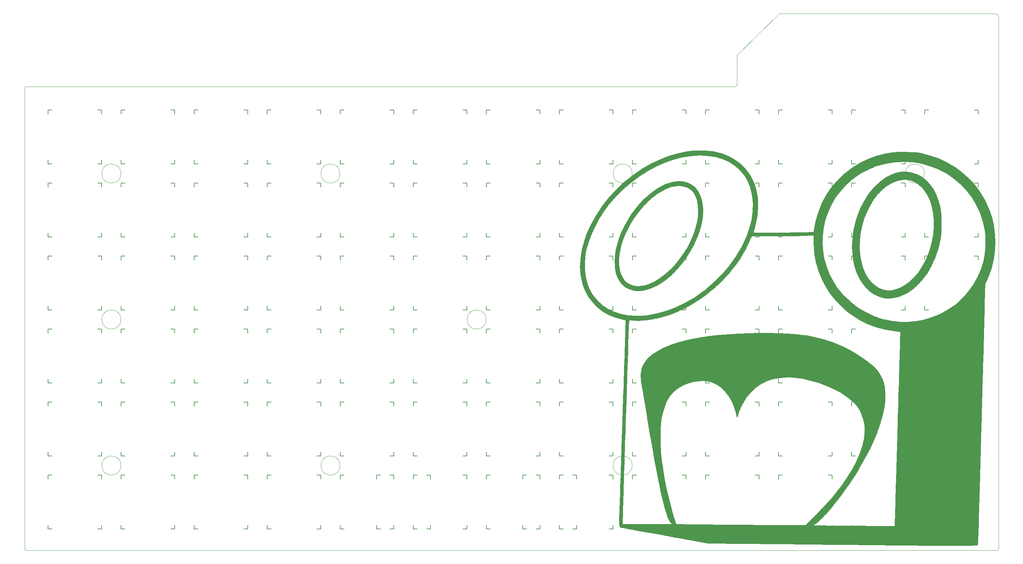
<source format=gbr>
G04 #@! TF.GenerationSoftware,KiCad,Pcbnew,(5.1.4)-1*
G04 #@! TF.CreationDate,2021-02-14T12:55:50+01:00*
G04 #@! TF.ProjectId,index-tab,696e6465-782d-4746-9162-2e6b69636164,5*
G04 #@! TF.SameCoordinates,Original*
G04 #@! TF.FileFunction,Legend,Top*
G04 #@! TF.FilePolarity,Positive*
%FSLAX46Y46*%
G04 Gerber Fmt 4.6, Leading zero omitted, Abs format (unit mm)*
G04 Created by KiCad (PCBNEW (5.1.4)-1) date 2021-02-14 12:55:50*
%MOMM*%
%LPD*%
G04 APERTURE LIST*
%ADD10C,0.120000*%
%ADD11C,0.010000*%
%ADD12C,0.150000*%
G04 APERTURE END LIST*
D10*
X145375000Y-104775000D02*
G75*
G03X145375000Y-104775000I-2500000J0D01*
G01*
X183475000Y-66675000D02*
G75*
G03X183475000Y-66675000I-2500000J0D01*
G01*
X183475000Y-142875000D02*
G75*
G03X183475000Y-142875000I-2500000J0D01*
G01*
X107275000Y-142875000D02*
G75*
G03X107275000Y-142875000I-2500000J0D01*
G01*
X107275000Y-66675000D02*
G75*
G03X107275000Y-66675000I-2500000J0D01*
G01*
X259675000Y-142875000D02*
G75*
G03X259675000Y-142875000I-2500000J0D01*
G01*
X259675000Y-66675000D02*
G75*
G03X259675000Y-66675000I-2500000J0D01*
G01*
X50125000Y-104775000D02*
G75*
G03X50125000Y-104775000I-2500000J0D01*
G01*
X50125000Y-142875000D02*
G75*
G03X50125000Y-142875000I-2500000J0D01*
G01*
X50125000Y-66675000D02*
G75*
G03X50125000Y-66675000I-2500000J0D01*
G01*
X210759488Y-36000170D02*
G75*
G02X210900000Y-35700000I390512J170D01*
G01*
X221623712Y-25170748D02*
G75*
G02X222000000Y-25000000I376288J-329252D01*
G01*
X279000000Y-164500000D02*
G75*
G02X278500000Y-165000000I-500000J0D01*
G01*
X25500000Y-165000000D02*
G75*
G02X25000000Y-164500000I0J500000D01*
G01*
X25000000Y-44500000D02*
G75*
G02X25500000Y-44000000I500000J0D01*
G01*
X210750000Y-43500000D02*
G75*
G02X210250000Y-44000000I-500000J0D01*
G01*
X278000000Y-25000000D02*
G75*
G02X279000000Y-26000000I0J-1000000D01*
G01*
X210759488Y-36000170D02*
X210750000Y-43500000D01*
X210900000Y-35700000D02*
X221623712Y-25170748D01*
X278000000Y-25000000D02*
X222000000Y-25000000D01*
X25000000Y-44500000D02*
X25000000Y-164500000D01*
X279000000Y-164500000D02*
X279000000Y-26000000D01*
X25500000Y-165000000D02*
X278500000Y-165000000D01*
X25500000Y-44000000D02*
X210250000Y-44000000D01*
D11*
G36*
X196796191Y-68752926D02*
G01*
X197928583Y-69049167D01*
X198940382Y-69557050D01*
X199821140Y-70269116D01*
X200560408Y-71177908D01*
X201147738Y-72275970D01*
X201572680Y-73555844D01*
X201824787Y-75010074D01*
X201878192Y-75701759D01*
X201861788Y-77155354D01*
X201682893Y-78731492D01*
X201353082Y-80367742D01*
X200883934Y-82001672D01*
X200526659Y-82990000D01*
X199540194Y-85214392D01*
X198373111Y-87338320D01*
X197045255Y-89335693D01*
X195576469Y-91180422D01*
X193986597Y-92846418D01*
X192295484Y-94307591D01*
X191437500Y-94939771D01*
X189995688Y-95834048D01*
X188546974Y-96519995D01*
X187113703Y-96990774D01*
X185718223Y-97239549D01*
X184382881Y-97259480D01*
X183989489Y-97218772D01*
X183308281Y-97059807D01*
X182554264Y-96776460D01*
X181834477Y-96415816D01*
X181255961Y-96024957D01*
X181234296Y-96006848D01*
X180819438Y-95590708D01*
X180371794Y-95039698D01*
X179963614Y-94450210D01*
X179667150Y-93918636D01*
X179664107Y-93912000D01*
X179225224Y-92670702D01*
X178962790Y-91269507D01*
X178909780Y-90316481D01*
X179976841Y-90316481D01*
X180128627Y-91552616D01*
X180335921Y-92355365D01*
X180639368Y-93171660D01*
X181001726Y-93915390D01*
X181385752Y-94500447D01*
X181423363Y-94546256D01*
X182145467Y-95211689D01*
X183021686Y-95688768D01*
X184029422Y-95971590D01*
X185146076Y-96054253D01*
X186349048Y-95930852D01*
X186562077Y-95888625D01*
X187849785Y-95502946D01*
X189182938Y-94891405D01*
X190538465Y-94072727D01*
X191893298Y-93065634D01*
X193224366Y-91888851D01*
X194508599Y-90561100D01*
X195722927Y-89101105D01*
X196821630Y-87562000D01*
X197143538Y-87068420D01*
X197428338Y-86621945D01*
X197635924Y-86285928D01*
X197706019Y-86165000D01*
X198653429Y-84306547D01*
X199405616Y-82568570D01*
X199971690Y-80920668D01*
X200360763Y-79332442D01*
X200581946Y-77773493D01*
X200645000Y-76359258D01*
X200572986Y-74884340D01*
X200353706Y-73611772D01*
X199982303Y-72533583D01*
X199453920Y-71641801D01*
X198763698Y-70928454D01*
X197906781Y-70385569D01*
X196878311Y-70005173D01*
X196753715Y-69972711D01*
X195755630Y-69845689D01*
X194654490Y-69928754D01*
X193474004Y-70211888D01*
X192237887Y-70685074D01*
X190969849Y-71338296D01*
X189693601Y-72161535D01*
X188432856Y-73144774D01*
X187707370Y-73794484D01*
X186300520Y-75233659D01*
X185006133Y-76786674D01*
X183834852Y-78428590D01*
X182797320Y-80134470D01*
X181904179Y-81879376D01*
X181166072Y-83638370D01*
X180593642Y-85386515D01*
X180197532Y-87098874D01*
X179988384Y-88750508D01*
X179976841Y-90316481D01*
X178909780Y-90316481D01*
X178877250Y-89731651D01*
X178969045Y-88080368D01*
X179238619Y-86338895D01*
X179498226Y-85212500D01*
X179987121Y-83634685D01*
X180650141Y-81968542D01*
X181457069Y-80276610D01*
X182377690Y-78621432D01*
X183381789Y-77065546D01*
X183547813Y-76830500D01*
X183915551Y-76339699D01*
X184375974Y-75759455D01*
X184887912Y-75138158D01*
X185410194Y-74524196D01*
X185901651Y-73965958D01*
X186321111Y-73511835D01*
X186627406Y-73210214D01*
X186629879Y-73208024D01*
X187936845Y-72096571D01*
X189131325Y-71176373D01*
X190242946Y-70428161D01*
X191301338Y-69832669D01*
X192336128Y-69370629D01*
X192779951Y-69208613D01*
X194211426Y-68825192D01*
X195553656Y-68675781D01*
X196796191Y-68752926D01*
X196796191Y-68752926D01*
G37*
X196796191Y-68752926D02*
X197928583Y-69049167D01*
X198940382Y-69557050D01*
X199821140Y-70269116D01*
X200560408Y-71177908D01*
X201147738Y-72275970D01*
X201572680Y-73555844D01*
X201824787Y-75010074D01*
X201878192Y-75701759D01*
X201861788Y-77155354D01*
X201682893Y-78731492D01*
X201353082Y-80367742D01*
X200883934Y-82001672D01*
X200526659Y-82990000D01*
X199540194Y-85214392D01*
X198373111Y-87338320D01*
X197045255Y-89335693D01*
X195576469Y-91180422D01*
X193986597Y-92846418D01*
X192295484Y-94307591D01*
X191437500Y-94939771D01*
X189995688Y-95834048D01*
X188546974Y-96519995D01*
X187113703Y-96990774D01*
X185718223Y-97239549D01*
X184382881Y-97259480D01*
X183989489Y-97218772D01*
X183308281Y-97059807D01*
X182554264Y-96776460D01*
X181834477Y-96415816D01*
X181255961Y-96024957D01*
X181234296Y-96006848D01*
X180819438Y-95590708D01*
X180371794Y-95039698D01*
X179963614Y-94450210D01*
X179667150Y-93918636D01*
X179664107Y-93912000D01*
X179225224Y-92670702D01*
X178962790Y-91269507D01*
X178909780Y-90316481D01*
X179976841Y-90316481D01*
X180128627Y-91552616D01*
X180335921Y-92355365D01*
X180639368Y-93171660D01*
X181001726Y-93915390D01*
X181385752Y-94500447D01*
X181423363Y-94546256D01*
X182145467Y-95211689D01*
X183021686Y-95688768D01*
X184029422Y-95971590D01*
X185146076Y-96054253D01*
X186349048Y-95930852D01*
X186562077Y-95888625D01*
X187849785Y-95502946D01*
X189182938Y-94891405D01*
X190538465Y-94072727D01*
X191893298Y-93065634D01*
X193224366Y-91888851D01*
X194508599Y-90561100D01*
X195722927Y-89101105D01*
X196821630Y-87562000D01*
X197143538Y-87068420D01*
X197428338Y-86621945D01*
X197635924Y-86285928D01*
X197706019Y-86165000D01*
X198653429Y-84306547D01*
X199405616Y-82568570D01*
X199971690Y-80920668D01*
X200360763Y-79332442D01*
X200581946Y-77773493D01*
X200645000Y-76359258D01*
X200572986Y-74884340D01*
X200353706Y-73611772D01*
X199982303Y-72533583D01*
X199453920Y-71641801D01*
X198763698Y-70928454D01*
X197906781Y-70385569D01*
X196878311Y-70005173D01*
X196753715Y-69972711D01*
X195755630Y-69845689D01*
X194654490Y-69928754D01*
X193474004Y-70211888D01*
X192237887Y-70685074D01*
X190969849Y-71338296D01*
X189693601Y-72161535D01*
X188432856Y-73144774D01*
X187707370Y-73794484D01*
X186300520Y-75233659D01*
X185006133Y-76786674D01*
X183834852Y-78428590D01*
X182797320Y-80134470D01*
X181904179Y-81879376D01*
X181166072Y-83638370D01*
X180593642Y-85386515D01*
X180197532Y-87098874D01*
X179988384Y-88750508D01*
X179976841Y-90316481D01*
X178909780Y-90316481D01*
X178877250Y-89731651D01*
X178969045Y-88080368D01*
X179238619Y-86338895D01*
X179498226Y-85212500D01*
X179987121Y-83634685D01*
X180650141Y-81968542D01*
X181457069Y-80276610D01*
X182377690Y-78621432D01*
X183381789Y-77065546D01*
X183547813Y-76830500D01*
X183915551Y-76339699D01*
X184375974Y-75759455D01*
X184887912Y-75138158D01*
X185410194Y-74524196D01*
X185901651Y-73965958D01*
X186321111Y-73511835D01*
X186627406Y-73210214D01*
X186629879Y-73208024D01*
X187936845Y-72096571D01*
X189131325Y-71176373D01*
X190242946Y-70428161D01*
X191301338Y-69832669D01*
X192336128Y-69370629D01*
X192779951Y-69208613D01*
X194211426Y-68825192D01*
X195553656Y-68675781D01*
X196796191Y-68752926D01*
G36*
X256425876Y-66414426D02*
G01*
X257718106Y-66866487D01*
X258841865Y-67485777D01*
X260039394Y-68410926D01*
X261082398Y-69517132D01*
X261977386Y-70813868D01*
X262730869Y-72310608D01*
X263349355Y-74016822D01*
X263364669Y-74067295D01*
X263594516Y-74857325D01*
X263769934Y-75546882D01*
X263897829Y-76192125D01*
X263985108Y-76849215D01*
X264038677Y-77574310D01*
X264065441Y-78423570D01*
X264072308Y-79453155D01*
X264071486Y-79815000D01*
X264059056Y-80966301D01*
X264026245Y-81926210D01*
X263965827Y-82756995D01*
X263870574Y-83520922D01*
X263733259Y-84280259D01*
X263546655Y-85097274D01*
X263385186Y-85727938D01*
X263193151Y-86446297D01*
X263036253Y-86998544D01*
X262887804Y-87464931D01*
X262721117Y-87925707D01*
X262509505Y-88461123D01*
X262331800Y-88895500D01*
X261418291Y-90868714D01*
X260379883Y-92662382D01*
X259226359Y-94266071D01*
X257967506Y-95669352D01*
X256613109Y-96861795D01*
X255172954Y-97832970D01*
X253656826Y-98572447D01*
X253041647Y-98797590D01*
X252238619Y-99003586D01*
X251318777Y-99142464D01*
X250378338Y-99206347D01*
X249513521Y-99187360D01*
X249032000Y-99125813D01*
X247697402Y-98748574D01*
X246452154Y-98145301D01*
X245305492Y-97330996D01*
X244266652Y-96320658D01*
X243344870Y-95129290D01*
X242549382Y-93771892D01*
X241889425Y-92263465D01*
X241374235Y-90619011D01*
X241013047Y-88853530D01*
X240815098Y-86982023D01*
X240778342Y-85720500D01*
X240779940Y-85669373D01*
X242714116Y-85669373D01*
X242725469Y-86165000D01*
X242887282Y-88048756D01*
X243200848Y-89787384D01*
X243659435Y-91370096D01*
X244256310Y-92786103D01*
X244984741Y-94024617D01*
X245837995Y-95074849D01*
X246809339Y-95926011D01*
X247892041Y-96567314D01*
X249079369Y-96987971D01*
X249540000Y-97084863D01*
X250032839Y-97159697D01*
X250442201Y-97185050D01*
X250850463Y-97155051D01*
X251340007Y-97063829D01*
X251968465Y-96911797D01*
X253271817Y-96476024D01*
X254496528Y-95842824D01*
X255671690Y-94993964D01*
X256826392Y-93911214D01*
X256929516Y-93802511D01*
X258071439Y-92441016D01*
X259076297Y-90945450D01*
X259942062Y-89339503D01*
X260666711Y-87646867D01*
X261248217Y-85891234D01*
X261684554Y-84096294D01*
X261973696Y-82285738D01*
X262113619Y-80483258D01*
X262102296Y-78712545D01*
X261937702Y-76997290D01*
X261617810Y-75361184D01*
X261140596Y-73827918D01*
X260504033Y-72421184D01*
X259706096Y-71164673D01*
X258941268Y-70274489D01*
X257971510Y-69422061D01*
X256974103Y-68811413D01*
X255921757Y-68430325D01*
X254787182Y-68266578D01*
X254437795Y-68258000D01*
X253211916Y-68381950D01*
X251976213Y-68744672D01*
X250748717Y-69332466D01*
X249547460Y-70131635D01*
X248390475Y-71128482D01*
X247295793Y-72309309D01*
X246281447Y-73660418D01*
X245382733Y-75136463D01*
X244995028Y-75908625D01*
X244581993Y-76837567D01*
X244177817Y-77837199D01*
X243816686Y-78821429D01*
X243532788Y-79704168D01*
X243450213Y-80002991D01*
X243139266Y-81401997D01*
X242906081Y-82870996D01*
X242760938Y-84322588D01*
X242714116Y-85669373D01*
X240779940Y-85669373D01*
X240811029Y-84675097D01*
X240901812Y-83522755D01*
X241040336Y-82347202D01*
X241216243Y-81232164D01*
X241419178Y-80261368D01*
X241485219Y-80005500D01*
X241615386Y-79526686D01*
X241733399Y-79088989D01*
X241793768Y-78862500D01*
X242266919Y-77372640D01*
X242908851Y-75812339D01*
X243683116Y-74260815D01*
X244553267Y-72797283D01*
X244656970Y-72639500D01*
X245072671Y-72020722D01*
X245412657Y-71539815D01*
X245729646Y-71132386D01*
X246076351Y-70734043D01*
X246505488Y-70280391D01*
X247000000Y-69777408D01*
X248285764Y-68617265D01*
X249615966Y-67679016D01*
X250976101Y-66965469D01*
X252351663Y-66479429D01*
X253728150Y-66223704D01*
X255091055Y-66201101D01*
X256425876Y-66414426D01*
X256425876Y-66414426D01*
G37*
X256425876Y-66414426D02*
X257718106Y-66866487D01*
X258841865Y-67485777D01*
X260039394Y-68410926D01*
X261082398Y-69517132D01*
X261977386Y-70813868D01*
X262730869Y-72310608D01*
X263349355Y-74016822D01*
X263364669Y-74067295D01*
X263594516Y-74857325D01*
X263769934Y-75546882D01*
X263897829Y-76192125D01*
X263985108Y-76849215D01*
X264038677Y-77574310D01*
X264065441Y-78423570D01*
X264072308Y-79453155D01*
X264071486Y-79815000D01*
X264059056Y-80966301D01*
X264026245Y-81926210D01*
X263965827Y-82756995D01*
X263870574Y-83520922D01*
X263733259Y-84280259D01*
X263546655Y-85097274D01*
X263385186Y-85727938D01*
X263193151Y-86446297D01*
X263036253Y-86998544D01*
X262887804Y-87464931D01*
X262721117Y-87925707D01*
X262509505Y-88461123D01*
X262331800Y-88895500D01*
X261418291Y-90868714D01*
X260379883Y-92662382D01*
X259226359Y-94266071D01*
X257967506Y-95669352D01*
X256613109Y-96861795D01*
X255172954Y-97832970D01*
X253656826Y-98572447D01*
X253041647Y-98797590D01*
X252238619Y-99003586D01*
X251318777Y-99142464D01*
X250378338Y-99206347D01*
X249513521Y-99187360D01*
X249032000Y-99125813D01*
X247697402Y-98748574D01*
X246452154Y-98145301D01*
X245305492Y-97330996D01*
X244266652Y-96320658D01*
X243344870Y-95129290D01*
X242549382Y-93771892D01*
X241889425Y-92263465D01*
X241374235Y-90619011D01*
X241013047Y-88853530D01*
X240815098Y-86982023D01*
X240778342Y-85720500D01*
X240779940Y-85669373D01*
X242714116Y-85669373D01*
X242725469Y-86165000D01*
X242887282Y-88048756D01*
X243200848Y-89787384D01*
X243659435Y-91370096D01*
X244256310Y-92786103D01*
X244984741Y-94024617D01*
X245837995Y-95074849D01*
X246809339Y-95926011D01*
X247892041Y-96567314D01*
X249079369Y-96987971D01*
X249540000Y-97084863D01*
X250032839Y-97159697D01*
X250442201Y-97185050D01*
X250850463Y-97155051D01*
X251340007Y-97063829D01*
X251968465Y-96911797D01*
X253271817Y-96476024D01*
X254496528Y-95842824D01*
X255671690Y-94993964D01*
X256826392Y-93911214D01*
X256929516Y-93802511D01*
X258071439Y-92441016D01*
X259076297Y-90945450D01*
X259942062Y-89339503D01*
X260666711Y-87646867D01*
X261248217Y-85891234D01*
X261684554Y-84096294D01*
X261973696Y-82285738D01*
X262113619Y-80483258D01*
X262102296Y-78712545D01*
X261937702Y-76997290D01*
X261617810Y-75361184D01*
X261140596Y-73827918D01*
X260504033Y-72421184D01*
X259706096Y-71164673D01*
X258941268Y-70274489D01*
X257971510Y-69422061D01*
X256974103Y-68811413D01*
X255921757Y-68430325D01*
X254787182Y-68266578D01*
X254437795Y-68258000D01*
X253211916Y-68381950D01*
X251976213Y-68744672D01*
X250748717Y-69332466D01*
X249547460Y-70131635D01*
X248390475Y-71128482D01*
X247295793Y-72309309D01*
X246281447Y-73660418D01*
X245382733Y-75136463D01*
X244995028Y-75908625D01*
X244581993Y-76837567D01*
X244177817Y-77837199D01*
X243816686Y-78821429D01*
X243532788Y-79704168D01*
X243450213Y-80002991D01*
X243139266Y-81401997D01*
X242906081Y-82870996D01*
X242760938Y-84322588D01*
X242714116Y-85669373D01*
X240779940Y-85669373D01*
X240811029Y-84675097D01*
X240901812Y-83522755D01*
X241040336Y-82347202D01*
X241216243Y-81232164D01*
X241419178Y-80261368D01*
X241485219Y-80005500D01*
X241615386Y-79526686D01*
X241733399Y-79088989D01*
X241793768Y-78862500D01*
X242266919Y-77372640D01*
X242908851Y-75812339D01*
X243683116Y-74260815D01*
X244553267Y-72797283D01*
X244656970Y-72639500D01*
X245072671Y-72020722D01*
X245412657Y-71539815D01*
X245729646Y-71132386D01*
X246076351Y-70734043D01*
X246505488Y-70280391D01*
X247000000Y-69777408D01*
X248285764Y-68617265D01*
X249615966Y-67679016D01*
X250976101Y-66965469D01*
X252351663Y-66479429D01*
X253728150Y-66223704D01*
X255091055Y-66201101D01*
X256425876Y-66414426D01*
G36*
X201538110Y-60668616D02*
G01*
X202583506Y-60705012D01*
X203573599Y-60770655D01*
X204436745Y-60863307D01*
X204963000Y-60950255D01*
X206857298Y-61452020D01*
X208605699Y-62149946D01*
X210198963Y-63037447D01*
X211627849Y-64107940D01*
X212883116Y-65354838D01*
X213955522Y-66771557D01*
X214551335Y-67782607D01*
X215314010Y-69490807D01*
X215849799Y-71307053D01*
X216157963Y-73223750D01*
X216237766Y-75233305D01*
X216088468Y-77328123D01*
X215709332Y-79500608D01*
X215695737Y-79561000D01*
X215548492Y-80180497D01*
X215396246Y-80770059D01*
X215261051Y-81246495D01*
X215194886Y-81450217D01*
X215076973Y-81788998D01*
X215005667Y-82011844D01*
X214996000Y-82053467D01*
X215118309Y-82067515D01*
X215466503Y-82079011D01*
X216012480Y-82088032D01*
X216728138Y-82094655D01*
X217585374Y-82098954D01*
X218556088Y-82101008D01*
X219612177Y-82100891D01*
X220725540Y-82098680D01*
X221868074Y-82094451D01*
X223011678Y-82088281D01*
X224128249Y-82080245D01*
X225189687Y-82070421D01*
X226167889Y-82058883D01*
X227034753Y-82045709D01*
X227762178Y-82030975D01*
X228242289Y-82017535D01*
X230734424Y-81934071D01*
X230814607Y-81350785D01*
X231246279Y-79067996D01*
X231910291Y-76834667D01*
X232815713Y-74622012D01*
X233159984Y-73909500D01*
X234086606Y-72216824D01*
X235095419Y-70695283D01*
X236243484Y-69263259D01*
X236947320Y-68492254D01*
X238767940Y-66749877D01*
X240701069Y-65235190D01*
X242747851Y-63947598D01*
X244909430Y-62886508D01*
X247186951Y-62051325D01*
X249581556Y-61441454D01*
X250989727Y-61195821D01*
X251796388Y-61110048D01*
X252776409Y-61057269D01*
X253866202Y-61036349D01*
X255002182Y-61046152D01*
X256120762Y-61085544D01*
X257158355Y-61153390D01*
X258051375Y-61248552D01*
X258557000Y-61330928D01*
X261014255Y-61938989D01*
X263354282Y-62761317D01*
X265566053Y-63789604D01*
X267638539Y-65015544D01*
X269560712Y-66430827D01*
X271321542Y-68027147D01*
X272910002Y-69796196D01*
X274315063Y-71729665D01*
X275525696Y-73819247D01*
X275760690Y-74290500D01*
X276660840Y-76357861D01*
X277333265Y-78396296D01*
X277790354Y-80459713D01*
X278044496Y-82602018D01*
X278110204Y-84514000D01*
X278005622Y-86896927D01*
X277687865Y-89159190D01*
X277151448Y-91326348D01*
X276390887Y-93423956D01*
X276019585Y-94255816D01*
X275469257Y-95425133D01*
X275329797Y-100669316D01*
X275301810Y-101721947D01*
X275268096Y-102990395D01*
X275229667Y-104436570D01*
X275187533Y-106022378D01*
X275142708Y-107709728D01*
X275096203Y-109460526D01*
X275049031Y-111236681D01*
X275002202Y-113000100D01*
X274956729Y-114712692D01*
X274944203Y-115184500D01*
X274902103Y-116759353D01*
X274860170Y-118307258D01*
X274819148Y-119802078D01*
X274779777Y-121217679D01*
X274742799Y-122527924D01*
X274708956Y-123706678D01*
X274678989Y-124727805D01*
X274653640Y-125565168D01*
X274633651Y-126192633D01*
X274623446Y-126487500D01*
X274607618Y-126955102D01*
X274585960Y-127650618D01*
X274559206Y-128548046D01*
X274528090Y-129621385D01*
X274493347Y-130844633D01*
X274455709Y-132191789D01*
X274415911Y-133636851D01*
X274374687Y-135153818D01*
X274332771Y-136716689D01*
X274302621Y-137854000D01*
X274258244Y-139531064D01*
X274212367Y-141254743D01*
X274165959Y-142989180D01*
X274119991Y-144698517D01*
X274075434Y-146346895D01*
X274033258Y-147898456D01*
X273994432Y-149317343D01*
X273959928Y-150567698D01*
X273930715Y-151613663D01*
X273921177Y-151951000D01*
X273885305Y-153216421D01*
X273847140Y-154566564D01*
X273808407Y-155940242D01*
X273770825Y-157276263D01*
X273736119Y-158513437D01*
X273706009Y-159590576D01*
X273692411Y-160079000D01*
X273663818Y-160983898D01*
X273631183Y-161808747D01*
X273596425Y-162518420D01*
X273561463Y-163077790D01*
X273528214Y-163451731D01*
X273499948Y-163603250D01*
X273389565Y-163637306D01*
X273100275Y-163666637D01*
X272626774Y-163691244D01*
X271963755Y-163711130D01*
X271105912Y-163726297D01*
X270047940Y-163736748D01*
X268784532Y-163742485D01*
X267310383Y-163743510D01*
X265620188Y-163739826D01*
X263708640Y-163731435D01*
X261570433Y-163718341D01*
X259200262Y-163700544D01*
X256592820Y-163678048D01*
X253742803Y-163650856D01*
X250644904Y-163618969D01*
X250175000Y-163613957D01*
X248803735Y-163599427D01*
X247204669Y-163582752D01*
X245403986Y-163564194D01*
X243427873Y-163544016D01*
X241302517Y-163522479D01*
X239054104Y-163499845D01*
X236708819Y-163476376D01*
X234292849Y-163452334D01*
X231832381Y-163427981D01*
X229353600Y-163403579D01*
X226882693Y-163379390D01*
X224445846Y-163355675D01*
X222069246Y-163332697D01*
X221663500Y-163328790D01*
X203121500Y-163150382D01*
X198613000Y-162315606D01*
X197485102Y-162106783D01*
X196357929Y-161898121D01*
X195275325Y-161697734D01*
X194281132Y-161513736D01*
X193419196Y-161354242D01*
X192733361Y-161227366D01*
X192390000Y-161163872D01*
X191735983Y-161043929D01*
X190899647Y-160892009D01*
X189948794Y-160720345D01*
X188951227Y-160541170D01*
X187974751Y-160366717D01*
X187754500Y-160327521D01*
X186804213Y-160157745D01*
X185827398Y-159981815D01*
X184888922Y-159811515D01*
X184053655Y-159658627D01*
X183386465Y-159534936D01*
X183246000Y-159508535D01*
X182577196Y-159384420D01*
X181939854Y-159269858D01*
X181407397Y-159177826D01*
X181060977Y-159122409D01*
X180655364Y-159054507D01*
X180374913Y-158960077D01*
X180197187Y-158796373D01*
X180099750Y-158520650D01*
X180062035Y-158110500D01*
X180896500Y-158110500D01*
X187354024Y-158143420D01*
X193811549Y-158176341D01*
X193477072Y-157778838D01*
X193191309Y-157369114D01*
X192898304Y-156807092D01*
X192596436Y-156085644D01*
X192284080Y-155197645D01*
X191959612Y-154135968D01*
X191621411Y-152893486D01*
X191267851Y-151463072D01*
X190897311Y-149837599D01*
X190508167Y-148009941D01*
X190098794Y-145972971D01*
X189667571Y-143719562D01*
X189212873Y-141242587D01*
X188733078Y-138534920D01*
X188226562Y-135589434D01*
X188212324Y-135504500D01*
X190816408Y-135504500D01*
X190817916Y-136685312D01*
X190829799Y-137708219D01*
X190856260Y-138621996D01*
X190901502Y-139475422D01*
X190969728Y-140317275D01*
X191065143Y-141196332D01*
X191191949Y-142161370D01*
X191354350Y-143261168D01*
X191556550Y-144544502D01*
X191639963Y-145061250D01*
X191916780Y-146611653D01*
X192271807Y-148346512D01*
X192692479Y-150213054D01*
X193166229Y-152158508D01*
X193680493Y-154130105D01*
X194222705Y-156075072D01*
X194437178Y-156808750D01*
X194841801Y-158174000D01*
X196759150Y-158191791D01*
X197235344Y-158196385D01*
X197936520Y-158203399D01*
X198833674Y-158212531D01*
X199897802Y-158223480D01*
X201099901Y-158235945D01*
X202410967Y-158249627D01*
X203801995Y-158264224D01*
X205243984Y-158279436D01*
X206614000Y-158293963D01*
X208301721Y-158310935D01*
X210143978Y-158327738D01*
X212084258Y-158343961D01*
X214066048Y-158359190D01*
X216032833Y-158373016D01*
X217928101Y-158385026D01*
X219695338Y-158394808D01*
X221278032Y-158401952D01*
X221608123Y-158403172D01*
X228664746Y-158428000D01*
X230625123Y-156490859D01*
X232493423Y-154596322D01*
X234178361Y-152782453D01*
X235718189Y-151005812D01*
X237151158Y-149222960D01*
X237922063Y-148204500D01*
X239488471Y-145971738D01*
X240826691Y-143810331D01*
X241936082Y-141722968D01*
X242816003Y-139712336D01*
X243465815Y-137781123D01*
X243884875Y-135932018D01*
X244072545Y-134167709D01*
X244028183Y-132490884D01*
X243751148Y-130904231D01*
X243240801Y-129410439D01*
X242667385Y-128289584D01*
X241834566Y-127113478D01*
X240768208Y-125985350D01*
X239486662Y-124920499D01*
X238008278Y-123934226D01*
X236404446Y-123067535D01*
X234208433Y-122086012D01*
X232006892Y-121269604D01*
X229831637Y-120626671D01*
X227714480Y-120165572D01*
X225687234Y-119894665D01*
X224045585Y-119820173D01*
X222107525Y-119924905D01*
X220310276Y-120240277D01*
X218649200Y-120768699D01*
X217119654Y-121512582D01*
X215716998Y-122474337D01*
X214436591Y-123656374D01*
X213273794Y-125061104D01*
X212886435Y-125616759D01*
X212435692Y-126364018D01*
X211985128Y-127236007D01*
X211573995Y-128146781D01*
X211241544Y-129010395D01*
X211053248Y-129630750D01*
X210948091Y-129979219D01*
X210848280Y-130197115D01*
X210806154Y-130234000D01*
X210727295Y-130122214D01*
X210649995Y-129844332D01*
X210633040Y-129749823D01*
X210523347Y-129259513D01*
X210335671Y-128614217D01*
X210096334Y-127890543D01*
X209831658Y-127165102D01*
X209567962Y-126514503D01*
X209386241Y-126120903D01*
X208573221Y-124714978D01*
X207644508Y-123502499D01*
X206613436Y-122495153D01*
X205493342Y-121704632D01*
X204297559Y-121142623D01*
X203419755Y-120890828D01*
X202149336Y-120734481D01*
X200789309Y-120773792D01*
X199392470Y-120994095D01*
X198011618Y-121380724D01*
X196699549Y-121919011D01*
X195509063Y-122594292D01*
X194525675Y-123361447D01*
X193715582Y-124197345D01*
X193028992Y-125105922D01*
X192448233Y-126123006D01*
X191955632Y-127284424D01*
X191533515Y-128626004D01*
X191166933Y-130170500D01*
X191066455Y-130664610D01*
X190987597Y-131097166D01*
X190927679Y-131508939D01*
X190884022Y-131940704D01*
X190853947Y-132433232D01*
X190834773Y-133027297D01*
X190823823Y-133763672D01*
X190818415Y-134683131D01*
X190816408Y-135504500D01*
X188212324Y-135504500D01*
X187691701Y-132399002D01*
X187680182Y-132329500D01*
X187520808Y-131369631D01*
X187357954Y-130392328D01*
X187201809Y-129458471D01*
X187062558Y-128628941D01*
X186950389Y-127964618D01*
X186915166Y-127757500D01*
X186779583Y-126952551D01*
X186628106Y-126037309D01*
X186483797Y-125151723D01*
X186412896Y-124709500D01*
X186285832Y-123936469D01*
X186139268Y-123085115D01*
X185995018Y-122280569D01*
X185914801Y-121852251D01*
X185702132Y-120431402D01*
X185651205Y-119180291D01*
X185769775Y-118066657D01*
X186065596Y-117058239D01*
X186546423Y-116122775D01*
X187220011Y-115228003D01*
X187607482Y-114810211D01*
X188692926Y-113861774D01*
X190019657Y-112981470D01*
X191583868Y-112170773D01*
X193381750Y-111431153D01*
X195409494Y-110764085D01*
X197663292Y-110171041D01*
X200139334Y-109653492D01*
X201597500Y-109401071D01*
X203819762Y-109082943D01*
X206202712Y-108816119D01*
X208706540Y-108601322D01*
X211291441Y-108439277D01*
X213917605Y-108330705D01*
X216545226Y-108276331D01*
X219134496Y-108276878D01*
X221645607Y-108333069D01*
X224038752Y-108445628D01*
X226274123Y-108615278D01*
X228311913Y-108842741D01*
X228775500Y-108907226D01*
X231112775Y-109341470D01*
X233494978Y-109962996D01*
X235837203Y-110745730D01*
X238054546Y-111663596D01*
X238618000Y-111929843D01*
X240260377Y-112780112D01*
X241867971Y-113711450D01*
X243394748Y-114693299D01*
X244794673Y-115695102D01*
X246021712Y-116686302D01*
X246663048Y-117270177D01*
X247623487Y-118366174D01*
X248379580Y-119611698D01*
X248931308Y-121005389D01*
X249278652Y-122545887D01*
X249421594Y-124231834D01*
X249360114Y-126061871D01*
X249094194Y-128034637D01*
X248623815Y-130148775D01*
X247948957Y-132402924D01*
X247069603Y-134795726D01*
X246911704Y-135187000D01*
X246246475Y-136726185D01*
X245460178Y-138393773D01*
X244589148Y-140118813D01*
X243669720Y-141830358D01*
X242738227Y-143457459D01*
X242326457Y-144140500D01*
X241221378Y-145894726D01*
X240084191Y-147611814D01*
X238930257Y-149272629D01*
X237774940Y-150858041D01*
X236633604Y-152348915D01*
X235521610Y-153726119D01*
X234454323Y-154970521D01*
X233447104Y-156062988D01*
X232515318Y-156984387D01*
X231674327Y-157715585D01*
X231075905Y-158151605D01*
X230553500Y-158491500D01*
X237665500Y-158556601D01*
X239131327Y-158569966D01*
X240637037Y-158583599D01*
X242141776Y-158597135D01*
X243604690Y-158610210D01*
X244984923Y-158622462D01*
X246241621Y-158633525D01*
X247333931Y-158643038D01*
X248220997Y-158650635D01*
X248365250Y-158651851D01*
X251953000Y-158682000D01*
X251953483Y-157888250D01*
X251957298Y-157592524D01*
X251967998Y-157071552D01*
X251984783Y-156353972D01*
X252006851Y-155468422D01*
X252033401Y-154443539D01*
X252063633Y-153307961D01*
X252096745Y-152090326D01*
X252131937Y-150819271D01*
X252168407Y-149523435D01*
X252205356Y-148231455D01*
X252241981Y-146971969D01*
X252277481Y-145773614D01*
X252311057Y-144665029D01*
X252341907Y-143674850D01*
X252369230Y-142831717D01*
X252392225Y-142164266D01*
X252396581Y-142045000D01*
X252417573Y-141439652D01*
X252443644Y-140626886D01*
X252473414Y-139653201D01*
X252505504Y-138565097D01*
X252538537Y-137409073D01*
X252571133Y-136231628D01*
X252592384Y-135441000D01*
X252635450Y-133827173D01*
X252681602Y-132115926D01*
X252730198Y-130329984D01*
X252780595Y-128492070D01*
X252832150Y-126624907D01*
X252884221Y-124751220D01*
X252936166Y-122893731D01*
X252987342Y-121075164D01*
X253037107Y-119318244D01*
X253084818Y-117645693D01*
X253129833Y-116080235D01*
X253171508Y-114644595D01*
X253209203Y-113361495D01*
X253242273Y-112253659D01*
X253270078Y-111343811D01*
X253291973Y-110654674D01*
X253299898Y-110417648D01*
X253384871Y-107936796D01*
X251941934Y-107776349D01*
X249474517Y-107378144D01*
X247090685Y-106743763D01*
X244801773Y-105877784D01*
X242619115Y-104784786D01*
X240554044Y-103469347D01*
X239697500Y-102830573D01*
X238734167Y-102013809D01*
X237719332Y-101039532D01*
X236707531Y-99967887D01*
X235753301Y-98859024D01*
X234911180Y-97773090D01*
X234306933Y-96885435D01*
X233961245Y-96289652D01*
X233559059Y-95526756D01*
X233133034Y-94665712D01*
X232715831Y-93775489D01*
X232340110Y-92925053D01*
X232038530Y-92183372D01*
X231904226Y-91811727D01*
X231279933Y-89594577D01*
X230897216Y-87367398D01*
X230749087Y-85100277D01*
X233064463Y-85100277D01*
X233235411Y-87180267D01*
X233583290Y-89140319D01*
X234121537Y-91020119D01*
X234863587Y-92859353D01*
X235822874Y-94697707D01*
X236885930Y-96388500D01*
X237565999Y-97293760D01*
X238414058Y-98264757D01*
X239374322Y-99247058D01*
X240391005Y-100186234D01*
X241408319Y-101027855D01*
X242301000Y-101671938D01*
X244352122Y-102888028D01*
X246461806Y-103865433D01*
X248618685Y-104599851D01*
X250811391Y-105086979D01*
X251635500Y-105204408D01*
X252186481Y-105272861D01*
X252673532Y-105336579D01*
X253017786Y-105385127D01*
X253096000Y-105397643D01*
X253442280Y-105424543D01*
X253981003Y-105427674D01*
X254652032Y-105410121D01*
X255395234Y-105374974D01*
X256150475Y-105325322D01*
X256857619Y-105264251D01*
X257456533Y-105194850D01*
X257668000Y-105162851D01*
X259226329Y-104864222D01*
X260619171Y-104508808D01*
X261933250Y-104069897D01*
X263255292Y-103520776D01*
X263758073Y-103287065D01*
X264489087Y-102912123D01*
X265300401Y-102452323D01*
X266125654Y-101949069D01*
X266898485Y-101443767D01*
X267552531Y-100977823D01*
X267891500Y-100708060D01*
X269250584Y-99483654D01*
X270415803Y-98280872D01*
X271435730Y-97045579D01*
X272346699Y-95742621D01*
X273440522Y-93817101D01*
X274328581Y-91754914D01*
X275001720Y-89580214D01*
X275388230Y-87721809D01*
X275477929Y-86965896D01*
X275536486Y-86032056D01*
X275563928Y-84994441D01*
X275560279Y-83927203D01*
X275525563Y-82904496D01*
X275459805Y-82000471D01*
X275386121Y-81420163D01*
X274891116Y-79170527D01*
X274163609Y-77007813D01*
X273214921Y-74947755D01*
X272056369Y-73006088D01*
X270699273Y-71198546D01*
X269154952Y-69540865D01*
X267434726Y-68048778D01*
X265549912Y-66738019D01*
X264313831Y-66028719D01*
X263069745Y-65439346D01*
X261661739Y-64892347D01*
X260171584Y-64412840D01*
X258681053Y-64025946D01*
X257271916Y-63756784D01*
X256662401Y-63678241D01*
X254452014Y-63558834D01*
X252213256Y-63654912D01*
X250002878Y-63960348D01*
X247877634Y-64469012D01*
X247121078Y-64708569D01*
X246662912Y-64883738D01*
X246047864Y-65145818D01*
X245343709Y-65463210D01*
X244618226Y-65804316D01*
X243939189Y-66137535D01*
X243374376Y-66431271D01*
X243124653Y-66571786D01*
X242290755Y-67109248D01*
X241373202Y-67777967D01*
X240452878Y-68515697D01*
X239610664Y-69260193D01*
X239519316Y-69346434D01*
X237923971Y-71032310D01*
X236544551Y-72842973D01*
X235386222Y-74765809D01*
X234454155Y-76788207D01*
X233753515Y-78897553D01*
X233289471Y-81081233D01*
X233067192Y-83326635D01*
X233064463Y-85100277D01*
X230749087Y-85100277D01*
X230747685Y-85078834D01*
X230744842Y-84715888D01*
X230744000Y-82822276D01*
X227484898Y-82906138D01*
X226551606Y-82926457D01*
X225423544Y-82945001D01*
X224159943Y-82961155D01*
X222820031Y-82974303D01*
X221463036Y-82983828D01*
X220148188Y-82989116D01*
X219417676Y-82990000D01*
X214609554Y-82990000D01*
X214465976Y-83339250D01*
X214281159Y-83761323D01*
X214015559Y-84332749D01*
X213698378Y-84994249D01*
X213358819Y-85686545D01*
X213026081Y-86350360D01*
X212729367Y-86926416D01*
X212497878Y-87355434D01*
X212428556Y-87475141D01*
X211670123Y-88699717D01*
X210944931Y-89783584D01*
X210190378Y-90813972D01*
X209343863Y-91878108D01*
X208811633Y-92515000D01*
X208209968Y-93218256D01*
X207678954Y-93819469D01*
X207176931Y-94360502D01*
X206662239Y-94883221D01*
X206093221Y-95429492D01*
X205428215Y-96041179D01*
X204625564Y-96760149D01*
X204301426Y-97047520D01*
X202770863Y-98296177D01*
X201046297Y-99517064D01*
X199187630Y-100675493D01*
X197254764Y-101736773D01*
X195307601Y-102666217D01*
X193406045Y-103429136D01*
X193088500Y-103540851D01*
X191393127Y-104062745D01*
X189656174Y-104482730D01*
X187931331Y-104792351D01*
X186272286Y-104983154D01*
X184732728Y-105046687D01*
X183753050Y-105010769D01*
X182634926Y-104926362D01*
X182563926Y-105737431D01*
X182536781Y-106133050D01*
X182505917Y-106722677D01*
X182474015Y-107446399D01*
X182443758Y-108244304D01*
X182422472Y-108898000D01*
X182358954Y-111007444D01*
X182295904Y-113084470D01*
X182233888Y-115111344D01*
X182173466Y-117070330D01*
X182115204Y-118943694D01*
X182059665Y-120713702D01*
X182007412Y-122362618D01*
X181959009Y-123872708D01*
X181915019Y-125226237D01*
X181876005Y-126405471D01*
X181842531Y-127392675D01*
X181815161Y-128170115D01*
X181794458Y-128720055D01*
X181786945Y-128900500D01*
X181773433Y-129247047D01*
X181753014Y-129825554D01*
X181726366Y-130614095D01*
X181694166Y-131590741D01*
X181657091Y-132733568D01*
X181615819Y-134020647D01*
X181571027Y-135430052D01*
X181523394Y-136939856D01*
X181473596Y-138528133D01*
X181422311Y-140172955D01*
X181370216Y-141852396D01*
X181317989Y-143544529D01*
X181266308Y-145227428D01*
X181215850Y-146879164D01*
X181167292Y-148477813D01*
X181121311Y-150001446D01*
X181078587Y-151428137D01*
X181039795Y-152735960D01*
X181005613Y-153902987D01*
X180976720Y-154907291D01*
X180953791Y-155726947D01*
X180937506Y-156340026D01*
X180931504Y-156586500D01*
X180896500Y-158110500D01*
X180062035Y-158110500D01*
X180060164Y-158090163D01*
X180055994Y-157462166D01*
X180058474Y-157212503D01*
X180068291Y-156650067D01*
X180086790Y-155890931D01*
X180112292Y-154992183D01*
X180143123Y-154010912D01*
X180177603Y-153004206D01*
X180199959Y-152395500D01*
X180226684Y-151662471D01*
X180259889Y-150709729D01*
X180298459Y-149571445D01*
X180341275Y-148281792D01*
X180387221Y-146874942D01*
X180435181Y-145385069D01*
X180484037Y-143846343D01*
X180532673Y-142292938D01*
X180575596Y-140902000D01*
X180621104Y-139427609D01*
X180666269Y-137985942D01*
X180710194Y-136604229D01*
X180751984Y-135309699D01*
X180790745Y-134129583D01*
X180825580Y-133091109D01*
X180855595Y-132221508D01*
X180879894Y-131548009D01*
X180897581Y-131097841D01*
X180899244Y-131059500D01*
X180910816Y-130761298D01*
X180929278Y-130239490D01*
X180953960Y-129515265D01*
X180984191Y-128609812D01*
X181019299Y-127544318D01*
X181058615Y-126339975D01*
X181101467Y-125017969D01*
X181147185Y-123599490D01*
X181195097Y-122105728D01*
X181244532Y-120557870D01*
X181294821Y-118977105D01*
X181345291Y-117384624D01*
X181395272Y-115801614D01*
X181444094Y-114249264D01*
X181491084Y-112748763D01*
X181535574Y-111321301D01*
X181576891Y-109988065D01*
X181614364Y-108770245D01*
X181647324Y-107689030D01*
X181675098Y-106765609D01*
X181697017Y-106021170D01*
X181712408Y-105476903D01*
X181720603Y-105153996D01*
X181721798Y-105079549D01*
X181639586Y-104948506D01*
X181370667Y-104832178D01*
X180882050Y-104716457D01*
X180864749Y-104713061D01*
X179058119Y-104238545D01*
X177370656Y-103551581D01*
X175817056Y-102665747D01*
X174412020Y-101594625D01*
X173170246Y-100351793D01*
X172106431Y-98950831D01*
X171235276Y-97405319D01*
X170571477Y-95728837D01*
X170363916Y-95011575D01*
X169974842Y-93009892D01*
X169830383Y-90944317D01*
X169844528Y-90642657D01*
X171070944Y-90642657D01*
X171074398Y-91653844D01*
X171117441Y-92560702D01*
X171201773Y-93300428D01*
X171238154Y-93493439D01*
X171663216Y-95129739D01*
X172196245Y-96591211D01*
X172827340Y-97853654D01*
X173339320Y-98629037D01*
X174503212Y-99985945D01*
X175811715Y-101135985D01*
X177266075Y-102079728D01*
X178867537Y-102817748D01*
X180617348Y-103350618D01*
X182516753Y-103678910D01*
X184566996Y-103803198D01*
X184591056Y-103803440D01*
X185326179Y-103797106D01*
X186096846Y-103768491D01*
X186796504Y-103722574D01*
X187194556Y-103681837D01*
X189756052Y-103228933D01*
X192299255Y-102529022D01*
X194808086Y-101589088D01*
X197266465Y-100416114D01*
X199658312Y-99017084D01*
X201967546Y-97398981D01*
X202359500Y-97095749D01*
X204719991Y-95094384D01*
X206858533Y-92969630D01*
X208775330Y-90721248D01*
X210470583Y-88348995D01*
X211944495Y-85852629D01*
X212209093Y-85345571D01*
X213241838Y-83103287D01*
X214027019Y-80900684D01*
X214566504Y-78729481D01*
X214862159Y-76581400D01*
X214915853Y-74448159D01*
X214867142Y-73560250D01*
X214629176Y-71792206D01*
X214197904Y-70170309D01*
X213561825Y-68663325D01*
X212709435Y-67240023D01*
X212364584Y-66764706D01*
X211245607Y-65495727D01*
X209958225Y-64413457D01*
X208509527Y-63520983D01*
X206906605Y-62821392D01*
X205156550Y-62317773D01*
X203266453Y-62013212D01*
X201243406Y-61910797D01*
X201216500Y-61910810D01*
X198918759Y-62036750D01*
X196594950Y-62402552D01*
X194262450Y-62997821D01*
X191938632Y-63812162D01*
X189640873Y-64835178D01*
X187386547Y-66056475D01*
X185193031Y-67465658D01*
X183077699Y-69052330D01*
X181057926Y-70806097D01*
X179151088Y-72716564D01*
X177374561Y-74773334D01*
X175745719Y-76966013D01*
X175535986Y-77275000D01*
X174520324Y-78928389D01*
X173581562Y-80731157D01*
X172749874Y-82613418D01*
X172055433Y-84505285D01*
X171528412Y-86336871D01*
X171419024Y-86810671D01*
X171281119Y-87611147D01*
X171176004Y-88558505D01*
X171105379Y-89589943D01*
X171070944Y-90642657D01*
X169844528Y-90642657D01*
X169930101Y-88817786D01*
X170273561Y-86633234D01*
X170860325Y-84393597D01*
X171689958Y-82101810D01*
X172577184Y-80132500D01*
X173918205Y-77676139D01*
X175484349Y-75307961D01*
X177256217Y-73047413D01*
X179214410Y-70913943D01*
X181339530Y-68926998D01*
X183612175Y-67106024D01*
X186012948Y-65470469D01*
X188522450Y-64039781D01*
X188742793Y-63926900D01*
X190951269Y-62889456D01*
X193092216Y-62060667D01*
X195216512Y-61424477D01*
X197375036Y-60964831D01*
X198786535Y-60757297D01*
X199567981Y-60692521D01*
X200509054Y-60663707D01*
X201538110Y-60668616D01*
X201538110Y-60668616D01*
G37*
X201538110Y-60668616D02*
X202583506Y-60705012D01*
X203573599Y-60770655D01*
X204436745Y-60863307D01*
X204963000Y-60950255D01*
X206857298Y-61452020D01*
X208605699Y-62149946D01*
X210198963Y-63037447D01*
X211627849Y-64107940D01*
X212883116Y-65354838D01*
X213955522Y-66771557D01*
X214551335Y-67782607D01*
X215314010Y-69490807D01*
X215849799Y-71307053D01*
X216157963Y-73223750D01*
X216237766Y-75233305D01*
X216088468Y-77328123D01*
X215709332Y-79500608D01*
X215695737Y-79561000D01*
X215548492Y-80180497D01*
X215396246Y-80770059D01*
X215261051Y-81246495D01*
X215194886Y-81450217D01*
X215076973Y-81788998D01*
X215005667Y-82011844D01*
X214996000Y-82053467D01*
X215118309Y-82067515D01*
X215466503Y-82079011D01*
X216012480Y-82088032D01*
X216728138Y-82094655D01*
X217585374Y-82098954D01*
X218556088Y-82101008D01*
X219612177Y-82100891D01*
X220725540Y-82098680D01*
X221868074Y-82094451D01*
X223011678Y-82088281D01*
X224128249Y-82080245D01*
X225189687Y-82070421D01*
X226167889Y-82058883D01*
X227034753Y-82045709D01*
X227762178Y-82030975D01*
X228242289Y-82017535D01*
X230734424Y-81934071D01*
X230814607Y-81350785D01*
X231246279Y-79067996D01*
X231910291Y-76834667D01*
X232815713Y-74622012D01*
X233159984Y-73909500D01*
X234086606Y-72216824D01*
X235095419Y-70695283D01*
X236243484Y-69263259D01*
X236947320Y-68492254D01*
X238767940Y-66749877D01*
X240701069Y-65235190D01*
X242747851Y-63947598D01*
X244909430Y-62886508D01*
X247186951Y-62051325D01*
X249581556Y-61441454D01*
X250989727Y-61195821D01*
X251796388Y-61110048D01*
X252776409Y-61057269D01*
X253866202Y-61036349D01*
X255002182Y-61046152D01*
X256120762Y-61085544D01*
X257158355Y-61153390D01*
X258051375Y-61248552D01*
X258557000Y-61330928D01*
X261014255Y-61938989D01*
X263354282Y-62761317D01*
X265566053Y-63789604D01*
X267638539Y-65015544D01*
X269560712Y-66430827D01*
X271321542Y-68027147D01*
X272910002Y-69796196D01*
X274315063Y-71729665D01*
X275525696Y-73819247D01*
X275760690Y-74290500D01*
X276660840Y-76357861D01*
X277333265Y-78396296D01*
X277790354Y-80459713D01*
X278044496Y-82602018D01*
X278110204Y-84514000D01*
X278005622Y-86896927D01*
X277687865Y-89159190D01*
X277151448Y-91326348D01*
X276390887Y-93423956D01*
X276019585Y-94255816D01*
X275469257Y-95425133D01*
X275329797Y-100669316D01*
X275301810Y-101721947D01*
X275268096Y-102990395D01*
X275229667Y-104436570D01*
X275187533Y-106022378D01*
X275142708Y-107709728D01*
X275096203Y-109460526D01*
X275049031Y-111236681D01*
X275002202Y-113000100D01*
X274956729Y-114712692D01*
X274944203Y-115184500D01*
X274902103Y-116759353D01*
X274860170Y-118307258D01*
X274819148Y-119802078D01*
X274779777Y-121217679D01*
X274742799Y-122527924D01*
X274708956Y-123706678D01*
X274678989Y-124727805D01*
X274653640Y-125565168D01*
X274633651Y-126192633D01*
X274623446Y-126487500D01*
X274607618Y-126955102D01*
X274585960Y-127650618D01*
X274559206Y-128548046D01*
X274528090Y-129621385D01*
X274493347Y-130844633D01*
X274455709Y-132191789D01*
X274415911Y-133636851D01*
X274374687Y-135153818D01*
X274332771Y-136716689D01*
X274302621Y-137854000D01*
X274258244Y-139531064D01*
X274212367Y-141254743D01*
X274165959Y-142989180D01*
X274119991Y-144698517D01*
X274075434Y-146346895D01*
X274033258Y-147898456D01*
X273994432Y-149317343D01*
X273959928Y-150567698D01*
X273930715Y-151613663D01*
X273921177Y-151951000D01*
X273885305Y-153216421D01*
X273847140Y-154566564D01*
X273808407Y-155940242D01*
X273770825Y-157276263D01*
X273736119Y-158513437D01*
X273706009Y-159590576D01*
X273692411Y-160079000D01*
X273663818Y-160983898D01*
X273631183Y-161808747D01*
X273596425Y-162518420D01*
X273561463Y-163077790D01*
X273528214Y-163451731D01*
X273499948Y-163603250D01*
X273389565Y-163637306D01*
X273100275Y-163666637D01*
X272626774Y-163691244D01*
X271963755Y-163711130D01*
X271105912Y-163726297D01*
X270047940Y-163736748D01*
X268784532Y-163742485D01*
X267310383Y-163743510D01*
X265620188Y-163739826D01*
X263708640Y-163731435D01*
X261570433Y-163718341D01*
X259200262Y-163700544D01*
X256592820Y-163678048D01*
X253742803Y-163650856D01*
X250644904Y-163618969D01*
X250175000Y-163613957D01*
X248803735Y-163599427D01*
X247204669Y-163582752D01*
X245403986Y-163564194D01*
X243427873Y-163544016D01*
X241302517Y-163522479D01*
X239054104Y-163499845D01*
X236708819Y-163476376D01*
X234292849Y-163452334D01*
X231832381Y-163427981D01*
X229353600Y-163403579D01*
X226882693Y-163379390D01*
X224445846Y-163355675D01*
X222069246Y-163332697D01*
X221663500Y-163328790D01*
X203121500Y-163150382D01*
X198613000Y-162315606D01*
X197485102Y-162106783D01*
X196357929Y-161898121D01*
X195275325Y-161697734D01*
X194281132Y-161513736D01*
X193419196Y-161354242D01*
X192733361Y-161227366D01*
X192390000Y-161163872D01*
X191735983Y-161043929D01*
X190899647Y-160892009D01*
X189948794Y-160720345D01*
X188951227Y-160541170D01*
X187974751Y-160366717D01*
X187754500Y-160327521D01*
X186804213Y-160157745D01*
X185827398Y-159981815D01*
X184888922Y-159811515D01*
X184053655Y-159658627D01*
X183386465Y-159534936D01*
X183246000Y-159508535D01*
X182577196Y-159384420D01*
X181939854Y-159269858D01*
X181407397Y-159177826D01*
X181060977Y-159122409D01*
X180655364Y-159054507D01*
X180374913Y-158960077D01*
X180197187Y-158796373D01*
X180099750Y-158520650D01*
X180062035Y-158110500D01*
X180896500Y-158110500D01*
X187354024Y-158143420D01*
X193811549Y-158176341D01*
X193477072Y-157778838D01*
X193191309Y-157369114D01*
X192898304Y-156807092D01*
X192596436Y-156085644D01*
X192284080Y-155197645D01*
X191959612Y-154135968D01*
X191621411Y-152893486D01*
X191267851Y-151463072D01*
X190897311Y-149837599D01*
X190508167Y-148009941D01*
X190098794Y-145972971D01*
X189667571Y-143719562D01*
X189212873Y-141242587D01*
X188733078Y-138534920D01*
X188226562Y-135589434D01*
X188212324Y-135504500D01*
X190816408Y-135504500D01*
X190817916Y-136685312D01*
X190829799Y-137708219D01*
X190856260Y-138621996D01*
X190901502Y-139475422D01*
X190969728Y-140317275D01*
X191065143Y-141196332D01*
X191191949Y-142161370D01*
X191354350Y-143261168D01*
X191556550Y-144544502D01*
X191639963Y-145061250D01*
X191916780Y-146611653D01*
X192271807Y-148346512D01*
X192692479Y-150213054D01*
X193166229Y-152158508D01*
X193680493Y-154130105D01*
X194222705Y-156075072D01*
X194437178Y-156808750D01*
X194841801Y-158174000D01*
X196759150Y-158191791D01*
X197235344Y-158196385D01*
X197936520Y-158203399D01*
X198833674Y-158212531D01*
X199897802Y-158223480D01*
X201099901Y-158235945D01*
X202410967Y-158249627D01*
X203801995Y-158264224D01*
X205243984Y-158279436D01*
X206614000Y-158293963D01*
X208301721Y-158310935D01*
X210143978Y-158327738D01*
X212084258Y-158343961D01*
X214066048Y-158359190D01*
X216032833Y-158373016D01*
X217928101Y-158385026D01*
X219695338Y-158394808D01*
X221278032Y-158401952D01*
X221608123Y-158403172D01*
X228664746Y-158428000D01*
X230625123Y-156490859D01*
X232493423Y-154596322D01*
X234178361Y-152782453D01*
X235718189Y-151005812D01*
X237151158Y-149222960D01*
X237922063Y-148204500D01*
X239488471Y-145971738D01*
X240826691Y-143810331D01*
X241936082Y-141722968D01*
X242816003Y-139712336D01*
X243465815Y-137781123D01*
X243884875Y-135932018D01*
X244072545Y-134167709D01*
X244028183Y-132490884D01*
X243751148Y-130904231D01*
X243240801Y-129410439D01*
X242667385Y-128289584D01*
X241834566Y-127113478D01*
X240768208Y-125985350D01*
X239486662Y-124920499D01*
X238008278Y-123934226D01*
X236404446Y-123067535D01*
X234208433Y-122086012D01*
X232006892Y-121269604D01*
X229831637Y-120626671D01*
X227714480Y-120165572D01*
X225687234Y-119894665D01*
X224045585Y-119820173D01*
X222107525Y-119924905D01*
X220310276Y-120240277D01*
X218649200Y-120768699D01*
X217119654Y-121512582D01*
X215716998Y-122474337D01*
X214436591Y-123656374D01*
X213273794Y-125061104D01*
X212886435Y-125616759D01*
X212435692Y-126364018D01*
X211985128Y-127236007D01*
X211573995Y-128146781D01*
X211241544Y-129010395D01*
X211053248Y-129630750D01*
X210948091Y-129979219D01*
X210848280Y-130197115D01*
X210806154Y-130234000D01*
X210727295Y-130122214D01*
X210649995Y-129844332D01*
X210633040Y-129749823D01*
X210523347Y-129259513D01*
X210335671Y-128614217D01*
X210096334Y-127890543D01*
X209831658Y-127165102D01*
X209567962Y-126514503D01*
X209386241Y-126120903D01*
X208573221Y-124714978D01*
X207644508Y-123502499D01*
X206613436Y-122495153D01*
X205493342Y-121704632D01*
X204297559Y-121142623D01*
X203419755Y-120890828D01*
X202149336Y-120734481D01*
X200789309Y-120773792D01*
X199392470Y-120994095D01*
X198011618Y-121380724D01*
X196699549Y-121919011D01*
X195509063Y-122594292D01*
X194525675Y-123361447D01*
X193715582Y-124197345D01*
X193028992Y-125105922D01*
X192448233Y-126123006D01*
X191955632Y-127284424D01*
X191533515Y-128626004D01*
X191166933Y-130170500D01*
X191066455Y-130664610D01*
X190987597Y-131097166D01*
X190927679Y-131508939D01*
X190884022Y-131940704D01*
X190853947Y-132433232D01*
X190834773Y-133027297D01*
X190823823Y-133763672D01*
X190818415Y-134683131D01*
X190816408Y-135504500D01*
X188212324Y-135504500D01*
X187691701Y-132399002D01*
X187680182Y-132329500D01*
X187520808Y-131369631D01*
X187357954Y-130392328D01*
X187201809Y-129458471D01*
X187062558Y-128628941D01*
X186950389Y-127964618D01*
X186915166Y-127757500D01*
X186779583Y-126952551D01*
X186628106Y-126037309D01*
X186483797Y-125151723D01*
X186412896Y-124709500D01*
X186285832Y-123936469D01*
X186139268Y-123085115D01*
X185995018Y-122280569D01*
X185914801Y-121852251D01*
X185702132Y-120431402D01*
X185651205Y-119180291D01*
X185769775Y-118066657D01*
X186065596Y-117058239D01*
X186546423Y-116122775D01*
X187220011Y-115228003D01*
X187607482Y-114810211D01*
X188692926Y-113861774D01*
X190019657Y-112981470D01*
X191583868Y-112170773D01*
X193381750Y-111431153D01*
X195409494Y-110764085D01*
X197663292Y-110171041D01*
X200139334Y-109653492D01*
X201597500Y-109401071D01*
X203819762Y-109082943D01*
X206202712Y-108816119D01*
X208706540Y-108601322D01*
X211291441Y-108439277D01*
X213917605Y-108330705D01*
X216545226Y-108276331D01*
X219134496Y-108276878D01*
X221645607Y-108333069D01*
X224038752Y-108445628D01*
X226274123Y-108615278D01*
X228311913Y-108842741D01*
X228775500Y-108907226D01*
X231112775Y-109341470D01*
X233494978Y-109962996D01*
X235837203Y-110745730D01*
X238054546Y-111663596D01*
X238618000Y-111929843D01*
X240260377Y-112780112D01*
X241867971Y-113711450D01*
X243394748Y-114693299D01*
X244794673Y-115695102D01*
X246021712Y-116686302D01*
X246663048Y-117270177D01*
X247623487Y-118366174D01*
X248379580Y-119611698D01*
X248931308Y-121005389D01*
X249278652Y-122545887D01*
X249421594Y-124231834D01*
X249360114Y-126061871D01*
X249094194Y-128034637D01*
X248623815Y-130148775D01*
X247948957Y-132402924D01*
X247069603Y-134795726D01*
X246911704Y-135187000D01*
X246246475Y-136726185D01*
X245460178Y-138393773D01*
X244589148Y-140118813D01*
X243669720Y-141830358D01*
X242738227Y-143457459D01*
X242326457Y-144140500D01*
X241221378Y-145894726D01*
X240084191Y-147611814D01*
X238930257Y-149272629D01*
X237774940Y-150858041D01*
X236633604Y-152348915D01*
X235521610Y-153726119D01*
X234454323Y-154970521D01*
X233447104Y-156062988D01*
X232515318Y-156984387D01*
X231674327Y-157715585D01*
X231075905Y-158151605D01*
X230553500Y-158491500D01*
X237665500Y-158556601D01*
X239131327Y-158569966D01*
X240637037Y-158583599D01*
X242141776Y-158597135D01*
X243604690Y-158610210D01*
X244984923Y-158622462D01*
X246241621Y-158633525D01*
X247333931Y-158643038D01*
X248220997Y-158650635D01*
X248365250Y-158651851D01*
X251953000Y-158682000D01*
X251953483Y-157888250D01*
X251957298Y-157592524D01*
X251967998Y-157071552D01*
X251984783Y-156353972D01*
X252006851Y-155468422D01*
X252033401Y-154443539D01*
X252063633Y-153307961D01*
X252096745Y-152090326D01*
X252131937Y-150819271D01*
X252168407Y-149523435D01*
X252205356Y-148231455D01*
X252241981Y-146971969D01*
X252277481Y-145773614D01*
X252311057Y-144665029D01*
X252341907Y-143674850D01*
X252369230Y-142831717D01*
X252392225Y-142164266D01*
X252396581Y-142045000D01*
X252417573Y-141439652D01*
X252443644Y-140626886D01*
X252473414Y-139653201D01*
X252505504Y-138565097D01*
X252538537Y-137409073D01*
X252571133Y-136231628D01*
X252592384Y-135441000D01*
X252635450Y-133827173D01*
X252681602Y-132115926D01*
X252730198Y-130329984D01*
X252780595Y-128492070D01*
X252832150Y-126624907D01*
X252884221Y-124751220D01*
X252936166Y-122893731D01*
X252987342Y-121075164D01*
X253037107Y-119318244D01*
X253084818Y-117645693D01*
X253129833Y-116080235D01*
X253171508Y-114644595D01*
X253209203Y-113361495D01*
X253242273Y-112253659D01*
X253270078Y-111343811D01*
X253291973Y-110654674D01*
X253299898Y-110417648D01*
X253384871Y-107936796D01*
X251941934Y-107776349D01*
X249474517Y-107378144D01*
X247090685Y-106743763D01*
X244801773Y-105877784D01*
X242619115Y-104784786D01*
X240554044Y-103469347D01*
X239697500Y-102830573D01*
X238734167Y-102013809D01*
X237719332Y-101039532D01*
X236707531Y-99967887D01*
X235753301Y-98859024D01*
X234911180Y-97773090D01*
X234306933Y-96885435D01*
X233961245Y-96289652D01*
X233559059Y-95526756D01*
X233133034Y-94665712D01*
X232715831Y-93775489D01*
X232340110Y-92925053D01*
X232038530Y-92183372D01*
X231904226Y-91811727D01*
X231279933Y-89594577D01*
X230897216Y-87367398D01*
X230749087Y-85100277D01*
X233064463Y-85100277D01*
X233235411Y-87180267D01*
X233583290Y-89140319D01*
X234121537Y-91020119D01*
X234863587Y-92859353D01*
X235822874Y-94697707D01*
X236885930Y-96388500D01*
X237565999Y-97293760D01*
X238414058Y-98264757D01*
X239374322Y-99247058D01*
X240391005Y-100186234D01*
X241408319Y-101027855D01*
X242301000Y-101671938D01*
X244352122Y-102888028D01*
X246461806Y-103865433D01*
X248618685Y-104599851D01*
X250811391Y-105086979D01*
X251635500Y-105204408D01*
X252186481Y-105272861D01*
X252673532Y-105336579D01*
X253017786Y-105385127D01*
X253096000Y-105397643D01*
X253442280Y-105424543D01*
X253981003Y-105427674D01*
X254652032Y-105410121D01*
X255395234Y-105374974D01*
X256150475Y-105325322D01*
X256857619Y-105264251D01*
X257456533Y-105194850D01*
X257668000Y-105162851D01*
X259226329Y-104864222D01*
X260619171Y-104508808D01*
X261933250Y-104069897D01*
X263255292Y-103520776D01*
X263758073Y-103287065D01*
X264489087Y-102912123D01*
X265300401Y-102452323D01*
X266125654Y-101949069D01*
X266898485Y-101443767D01*
X267552531Y-100977823D01*
X267891500Y-100708060D01*
X269250584Y-99483654D01*
X270415803Y-98280872D01*
X271435730Y-97045579D01*
X272346699Y-95742621D01*
X273440522Y-93817101D01*
X274328581Y-91754914D01*
X275001720Y-89580214D01*
X275388230Y-87721809D01*
X275477929Y-86965896D01*
X275536486Y-86032056D01*
X275563928Y-84994441D01*
X275560279Y-83927203D01*
X275525563Y-82904496D01*
X275459805Y-82000471D01*
X275386121Y-81420163D01*
X274891116Y-79170527D01*
X274163609Y-77007813D01*
X273214921Y-74947755D01*
X272056369Y-73006088D01*
X270699273Y-71198546D01*
X269154952Y-69540865D01*
X267434726Y-68048778D01*
X265549912Y-66738019D01*
X264313831Y-66028719D01*
X263069745Y-65439346D01*
X261661739Y-64892347D01*
X260171584Y-64412840D01*
X258681053Y-64025946D01*
X257271916Y-63756784D01*
X256662401Y-63678241D01*
X254452014Y-63558834D01*
X252213256Y-63654912D01*
X250002878Y-63960348D01*
X247877634Y-64469012D01*
X247121078Y-64708569D01*
X246662912Y-64883738D01*
X246047864Y-65145818D01*
X245343709Y-65463210D01*
X244618226Y-65804316D01*
X243939189Y-66137535D01*
X243374376Y-66431271D01*
X243124653Y-66571786D01*
X242290755Y-67109248D01*
X241373202Y-67777967D01*
X240452878Y-68515697D01*
X239610664Y-69260193D01*
X239519316Y-69346434D01*
X237923971Y-71032310D01*
X236544551Y-72842973D01*
X235386222Y-74765809D01*
X234454155Y-76788207D01*
X233753515Y-78897553D01*
X233289471Y-81081233D01*
X233067192Y-83326635D01*
X233064463Y-85100277D01*
X230749087Y-85100277D01*
X230747685Y-85078834D01*
X230744842Y-84715888D01*
X230744000Y-82822276D01*
X227484898Y-82906138D01*
X226551606Y-82926457D01*
X225423544Y-82945001D01*
X224159943Y-82961155D01*
X222820031Y-82974303D01*
X221463036Y-82983828D01*
X220148188Y-82989116D01*
X219417676Y-82990000D01*
X214609554Y-82990000D01*
X214465976Y-83339250D01*
X214281159Y-83761323D01*
X214015559Y-84332749D01*
X213698378Y-84994249D01*
X213358819Y-85686545D01*
X213026081Y-86350360D01*
X212729367Y-86926416D01*
X212497878Y-87355434D01*
X212428556Y-87475141D01*
X211670123Y-88699717D01*
X210944931Y-89783584D01*
X210190378Y-90813972D01*
X209343863Y-91878108D01*
X208811633Y-92515000D01*
X208209968Y-93218256D01*
X207678954Y-93819469D01*
X207176931Y-94360502D01*
X206662239Y-94883221D01*
X206093221Y-95429492D01*
X205428215Y-96041179D01*
X204625564Y-96760149D01*
X204301426Y-97047520D01*
X202770863Y-98296177D01*
X201046297Y-99517064D01*
X199187630Y-100675493D01*
X197254764Y-101736773D01*
X195307601Y-102666217D01*
X193406045Y-103429136D01*
X193088500Y-103540851D01*
X191393127Y-104062745D01*
X189656174Y-104482730D01*
X187931331Y-104792351D01*
X186272286Y-104983154D01*
X184732728Y-105046687D01*
X183753050Y-105010769D01*
X182634926Y-104926362D01*
X182563926Y-105737431D01*
X182536781Y-106133050D01*
X182505917Y-106722677D01*
X182474015Y-107446399D01*
X182443758Y-108244304D01*
X182422472Y-108898000D01*
X182358954Y-111007444D01*
X182295904Y-113084470D01*
X182233888Y-115111344D01*
X182173466Y-117070330D01*
X182115204Y-118943694D01*
X182059665Y-120713702D01*
X182007412Y-122362618D01*
X181959009Y-123872708D01*
X181915019Y-125226237D01*
X181876005Y-126405471D01*
X181842531Y-127392675D01*
X181815161Y-128170115D01*
X181794458Y-128720055D01*
X181786945Y-128900500D01*
X181773433Y-129247047D01*
X181753014Y-129825554D01*
X181726366Y-130614095D01*
X181694166Y-131590741D01*
X181657091Y-132733568D01*
X181615819Y-134020647D01*
X181571027Y-135430052D01*
X181523394Y-136939856D01*
X181473596Y-138528133D01*
X181422311Y-140172955D01*
X181370216Y-141852396D01*
X181317989Y-143544529D01*
X181266308Y-145227428D01*
X181215850Y-146879164D01*
X181167292Y-148477813D01*
X181121311Y-150001446D01*
X181078587Y-151428137D01*
X181039795Y-152735960D01*
X181005613Y-153902987D01*
X180976720Y-154907291D01*
X180953791Y-155726947D01*
X180937506Y-156340026D01*
X180931504Y-156586500D01*
X180896500Y-158110500D01*
X180062035Y-158110500D01*
X180060164Y-158090163D01*
X180055994Y-157462166D01*
X180058474Y-157212503D01*
X180068291Y-156650067D01*
X180086790Y-155890931D01*
X180112292Y-154992183D01*
X180143123Y-154010912D01*
X180177603Y-153004206D01*
X180199959Y-152395500D01*
X180226684Y-151662471D01*
X180259889Y-150709729D01*
X180298459Y-149571445D01*
X180341275Y-148281792D01*
X180387221Y-146874942D01*
X180435181Y-145385069D01*
X180484037Y-143846343D01*
X180532673Y-142292938D01*
X180575596Y-140902000D01*
X180621104Y-139427609D01*
X180666269Y-137985942D01*
X180710194Y-136604229D01*
X180751984Y-135309699D01*
X180790745Y-134129583D01*
X180825580Y-133091109D01*
X180855595Y-132221508D01*
X180879894Y-131548009D01*
X180897581Y-131097841D01*
X180899244Y-131059500D01*
X180910816Y-130761298D01*
X180929278Y-130239490D01*
X180953960Y-129515265D01*
X180984191Y-128609812D01*
X181019299Y-127544318D01*
X181058615Y-126339975D01*
X181101467Y-125017969D01*
X181147185Y-123599490D01*
X181195097Y-122105728D01*
X181244532Y-120557870D01*
X181294821Y-118977105D01*
X181345291Y-117384624D01*
X181395272Y-115801614D01*
X181444094Y-114249264D01*
X181491084Y-112748763D01*
X181535574Y-111321301D01*
X181576891Y-109988065D01*
X181614364Y-108770245D01*
X181647324Y-107689030D01*
X181675098Y-106765609D01*
X181697017Y-106021170D01*
X181712408Y-105476903D01*
X181720603Y-105153996D01*
X181721798Y-105079549D01*
X181639586Y-104948506D01*
X181370667Y-104832178D01*
X180882050Y-104716457D01*
X180864749Y-104713061D01*
X179058119Y-104238545D01*
X177370656Y-103551581D01*
X175817056Y-102665747D01*
X174412020Y-101594625D01*
X173170246Y-100351793D01*
X172106431Y-98950831D01*
X171235276Y-97405319D01*
X170571477Y-95728837D01*
X170363916Y-95011575D01*
X169974842Y-93009892D01*
X169830383Y-90944317D01*
X169844528Y-90642657D01*
X171070944Y-90642657D01*
X171074398Y-91653844D01*
X171117441Y-92560702D01*
X171201773Y-93300428D01*
X171238154Y-93493439D01*
X171663216Y-95129739D01*
X172196245Y-96591211D01*
X172827340Y-97853654D01*
X173339320Y-98629037D01*
X174503212Y-99985945D01*
X175811715Y-101135985D01*
X177266075Y-102079728D01*
X178867537Y-102817748D01*
X180617348Y-103350618D01*
X182516753Y-103678910D01*
X184566996Y-103803198D01*
X184591056Y-103803440D01*
X185326179Y-103797106D01*
X186096846Y-103768491D01*
X186796504Y-103722574D01*
X187194556Y-103681837D01*
X189756052Y-103228933D01*
X192299255Y-102529022D01*
X194808086Y-101589088D01*
X197266465Y-100416114D01*
X199658312Y-99017084D01*
X201967546Y-97398981D01*
X202359500Y-97095749D01*
X204719991Y-95094384D01*
X206858533Y-92969630D01*
X208775330Y-90721248D01*
X210470583Y-88348995D01*
X211944495Y-85852629D01*
X212209093Y-85345571D01*
X213241838Y-83103287D01*
X214027019Y-80900684D01*
X214566504Y-78729481D01*
X214862159Y-76581400D01*
X214915853Y-74448159D01*
X214867142Y-73560250D01*
X214629176Y-71792206D01*
X214197904Y-70170309D01*
X213561825Y-68663325D01*
X212709435Y-67240023D01*
X212364584Y-66764706D01*
X211245607Y-65495727D01*
X209958225Y-64413457D01*
X208509527Y-63520983D01*
X206906605Y-62821392D01*
X205156550Y-62317773D01*
X203266453Y-62013212D01*
X201243406Y-61910797D01*
X201216500Y-61910810D01*
X198918759Y-62036750D01*
X196594950Y-62402552D01*
X194262450Y-62997821D01*
X191938632Y-63812162D01*
X189640873Y-64835178D01*
X187386547Y-66056475D01*
X185193031Y-67465658D01*
X183077699Y-69052330D01*
X181057926Y-70806097D01*
X179151088Y-72716564D01*
X177374561Y-74773334D01*
X175745719Y-76966013D01*
X175535986Y-77275000D01*
X174520324Y-78928389D01*
X173581562Y-80731157D01*
X172749874Y-82613418D01*
X172055433Y-84505285D01*
X171528412Y-86336871D01*
X171419024Y-86810671D01*
X171281119Y-87611147D01*
X171176004Y-88558505D01*
X171105379Y-89589943D01*
X171070944Y-90642657D01*
X169844528Y-90642657D01*
X169930101Y-88817786D01*
X170273561Y-86633234D01*
X170860325Y-84393597D01*
X171689958Y-82101810D01*
X172577184Y-80132500D01*
X173918205Y-77676139D01*
X175484349Y-75307961D01*
X177256217Y-73047413D01*
X179214410Y-70913943D01*
X181339530Y-68926998D01*
X183612175Y-67106024D01*
X186012948Y-65470469D01*
X188522450Y-64039781D01*
X188742793Y-63926900D01*
X190951269Y-62889456D01*
X193092216Y-62060667D01*
X195216512Y-61424477D01*
X197375036Y-60964831D01*
X198786535Y-60757297D01*
X199567981Y-60692521D01*
X200509054Y-60663707D01*
X201538110Y-60668616D01*
D12*
X168925000Y-145400000D02*
X168925000Y-146400000D01*
X167925000Y-159400000D02*
X168925000Y-159400000D01*
X168925000Y-145400000D02*
X167925000Y-145400000D01*
X168925000Y-158400000D02*
X168925000Y-159400000D01*
X154925000Y-159400000D02*
X154925000Y-158400000D01*
X155925000Y-145400000D02*
X154925000Y-145400000D01*
X154925000Y-159400000D02*
X155925000Y-159400000D01*
X154925000Y-146400000D02*
X154925000Y-145400000D01*
X130825000Y-145400000D02*
X130825000Y-146400000D01*
X129825000Y-159400000D02*
X130825000Y-159400000D01*
X130825000Y-145400000D02*
X129825000Y-145400000D01*
X130825000Y-158400000D02*
X130825000Y-159400000D01*
X116825000Y-159400000D02*
X116825000Y-158400000D01*
X117825000Y-145400000D02*
X116825000Y-145400000D01*
X116825000Y-159400000D02*
X117825000Y-159400000D01*
X116825000Y-146400000D02*
X116825000Y-145400000D01*
X164450000Y-159400000D02*
X164450000Y-158400000D01*
X165450000Y-145400000D02*
X164450000Y-145400000D01*
X164450000Y-159400000D02*
X165450000Y-159400000D01*
X164450000Y-146400000D02*
X164450000Y-145400000D01*
X178450000Y-145400000D02*
X178450000Y-146400000D01*
X177450000Y-159400000D02*
X178450000Y-159400000D01*
X178450000Y-145400000D02*
X177450000Y-145400000D01*
X178450000Y-158400000D02*
X178450000Y-159400000D01*
X126350000Y-159400000D02*
X126350000Y-158400000D01*
X127350000Y-145400000D02*
X126350000Y-145400000D01*
X126350000Y-159400000D02*
X127350000Y-159400000D01*
X126350000Y-146400000D02*
X126350000Y-145400000D01*
X140350000Y-145400000D02*
X140350000Y-146400000D01*
X139350000Y-159400000D02*
X140350000Y-159400000D01*
X140350000Y-145400000D02*
X139350000Y-145400000D01*
X140350000Y-158400000D02*
X140350000Y-159400000D01*
X254650000Y-50150000D02*
X254650000Y-51150000D01*
X253650000Y-64150000D02*
X254650000Y-64150000D01*
X254650000Y-50150000D02*
X253650000Y-50150000D01*
X254650000Y-63150000D02*
X254650000Y-64150000D01*
X240650000Y-64150000D02*
X240650000Y-63150000D01*
X241650000Y-50150000D02*
X240650000Y-50150000D01*
X240650000Y-64150000D02*
X241650000Y-64150000D01*
X240650000Y-51150000D02*
X240650000Y-50150000D01*
X102250000Y-69200000D02*
X102250000Y-70200000D01*
X101250000Y-83200000D02*
X102250000Y-83200000D01*
X102250000Y-69200000D02*
X101250000Y-69200000D01*
X102250000Y-82200000D02*
X102250000Y-83200000D01*
X88250000Y-83200000D02*
X88250000Y-82200000D01*
X89250000Y-69200000D02*
X88250000Y-69200000D01*
X88250000Y-83200000D02*
X89250000Y-83200000D01*
X88250000Y-70200000D02*
X88250000Y-69200000D01*
X121300000Y-69200000D02*
X121300000Y-70200000D01*
X120300000Y-83200000D02*
X121300000Y-83200000D01*
X121300000Y-69200000D02*
X120300000Y-69200000D01*
X121300000Y-82200000D02*
X121300000Y-83200000D01*
X107300000Y-83200000D02*
X107300000Y-82200000D01*
X108300000Y-69200000D02*
X107300000Y-69200000D01*
X107300000Y-83200000D02*
X108300000Y-83200000D01*
X107300000Y-70200000D02*
X107300000Y-69200000D01*
X273700000Y-126350000D02*
X273700000Y-127350000D01*
X272700000Y-140350000D02*
X273700000Y-140350000D01*
X273700000Y-126350000D02*
X272700000Y-126350000D01*
X273700000Y-139350000D02*
X273700000Y-140350000D01*
X259700000Y-140350000D02*
X259700000Y-139350000D01*
X260700000Y-126350000D02*
X259700000Y-126350000D01*
X259700000Y-140350000D02*
X260700000Y-140350000D01*
X259700000Y-127350000D02*
X259700000Y-126350000D01*
X273700000Y-145400000D02*
X273700000Y-146400000D01*
X272700000Y-159400000D02*
X273700000Y-159400000D01*
X273700000Y-145400000D02*
X272700000Y-145400000D01*
X273700000Y-158400000D02*
X273700000Y-159400000D01*
X259700000Y-159400000D02*
X259700000Y-158400000D01*
X260700000Y-145400000D02*
X259700000Y-145400000D01*
X259700000Y-159400000D02*
X260700000Y-159400000D01*
X259700000Y-146400000D02*
X259700000Y-145400000D01*
X273700000Y-107300000D02*
X273700000Y-108300000D01*
X272700000Y-121300000D02*
X273700000Y-121300000D01*
X273700000Y-107300000D02*
X272700000Y-107300000D01*
X273700000Y-120300000D02*
X273700000Y-121300000D01*
X259700000Y-121300000D02*
X259700000Y-120300000D01*
X260700000Y-107300000D02*
X259700000Y-107300000D01*
X259700000Y-121300000D02*
X260700000Y-121300000D01*
X259700000Y-108300000D02*
X259700000Y-107300000D01*
X273700000Y-88250000D02*
X273700000Y-89250000D01*
X272700000Y-102250000D02*
X273700000Y-102250000D01*
X273700000Y-88250000D02*
X272700000Y-88250000D01*
X273700000Y-101250000D02*
X273700000Y-102250000D01*
X259700000Y-102250000D02*
X259700000Y-101250000D01*
X260700000Y-88250000D02*
X259700000Y-88250000D01*
X259700000Y-102250000D02*
X260700000Y-102250000D01*
X259700000Y-89250000D02*
X259700000Y-88250000D01*
X273700000Y-69200000D02*
X273700000Y-70200000D01*
X272700000Y-83200000D02*
X273700000Y-83200000D01*
X273700000Y-69200000D02*
X272700000Y-69200000D01*
X273700000Y-82200000D02*
X273700000Y-83200000D01*
X259700000Y-83200000D02*
X259700000Y-82200000D01*
X260700000Y-69200000D02*
X259700000Y-69200000D01*
X259700000Y-83200000D02*
X260700000Y-83200000D01*
X259700000Y-70200000D02*
X259700000Y-69200000D01*
X273700000Y-50150000D02*
X273700000Y-51150000D01*
X272700000Y-64150000D02*
X273700000Y-64150000D01*
X273700000Y-50150000D02*
X272700000Y-50150000D01*
X273700000Y-63150000D02*
X273700000Y-64150000D01*
X259700000Y-64150000D02*
X259700000Y-63150000D01*
X260700000Y-50150000D02*
X259700000Y-50150000D01*
X259700000Y-64150000D02*
X260700000Y-64150000D01*
X259700000Y-51150000D02*
X259700000Y-50150000D01*
X254650000Y-145400000D02*
X254650000Y-146400000D01*
X253650000Y-159400000D02*
X254650000Y-159400000D01*
X254650000Y-145400000D02*
X253650000Y-145400000D01*
X254650000Y-158400000D02*
X254650000Y-159400000D01*
X240650000Y-159400000D02*
X240650000Y-158400000D01*
X241650000Y-145400000D02*
X240650000Y-145400000D01*
X240650000Y-159400000D02*
X241650000Y-159400000D01*
X240650000Y-146400000D02*
X240650000Y-145400000D01*
X254650000Y-126350000D02*
X254650000Y-127350000D01*
X253650000Y-140350000D02*
X254650000Y-140350000D01*
X254650000Y-126350000D02*
X253650000Y-126350000D01*
X254650000Y-139350000D02*
X254650000Y-140350000D01*
X240650000Y-140350000D02*
X240650000Y-139350000D01*
X241650000Y-126350000D02*
X240650000Y-126350000D01*
X240650000Y-140350000D02*
X241650000Y-140350000D01*
X240650000Y-127350000D02*
X240650000Y-126350000D01*
X254650000Y-107300000D02*
X254650000Y-108300000D01*
X253650000Y-121300000D02*
X254650000Y-121300000D01*
X254650000Y-107300000D02*
X253650000Y-107300000D01*
X254650000Y-120300000D02*
X254650000Y-121300000D01*
X240650000Y-121300000D02*
X240650000Y-120300000D01*
X241650000Y-107300000D02*
X240650000Y-107300000D01*
X240650000Y-121300000D02*
X241650000Y-121300000D01*
X240650000Y-108300000D02*
X240650000Y-107300000D01*
X254650000Y-88250000D02*
X254650000Y-89250000D01*
X253650000Y-102250000D02*
X254650000Y-102250000D01*
X254650000Y-88250000D02*
X253650000Y-88250000D01*
X254650000Y-101250000D02*
X254650000Y-102250000D01*
X240650000Y-102250000D02*
X240650000Y-101250000D01*
X241650000Y-88250000D02*
X240650000Y-88250000D01*
X240650000Y-102250000D02*
X241650000Y-102250000D01*
X240650000Y-89250000D02*
X240650000Y-88250000D01*
X254650000Y-69200000D02*
X254650000Y-70200000D01*
X253650000Y-83200000D02*
X254650000Y-83200000D01*
X254650000Y-69200000D02*
X253650000Y-69200000D01*
X254650000Y-82200000D02*
X254650000Y-83200000D01*
X240650000Y-83200000D02*
X240650000Y-82200000D01*
X241650000Y-69200000D02*
X240650000Y-69200000D01*
X240650000Y-83200000D02*
X241650000Y-83200000D01*
X240650000Y-70200000D02*
X240650000Y-69200000D01*
X235600000Y-145400000D02*
X235600000Y-146400000D01*
X234600000Y-159400000D02*
X235600000Y-159400000D01*
X235600000Y-145400000D02*
X234600000Y-145400000D01*
X235600000Y-158400000D02*
X235600000Y-159400000D01*
X221600000Y-159400000D02*
X221600000Y-158400000D01*
X222600000Y-145400000D02*
X221600000Y-145400000D01*
X221600000Y-159400000D02*
X222600000Y-159400000D01*
X221600000Y-146400000D02*
X221600000Y-145400000D01*
X235600000Y-126350000D02*
X235600000Y-127350000D01*
X234600000Y-140350000D02*
X235600000Y-140350000D01*
X235600000Y-126350000D02*
X234600000Y-126350000D01*
X235600000Y-139350000D02*
X235600000Y-140350000D01*
X221600000Y-140350000D02*
X221600000Y-139350000D01*
X222600000Y-126350000D02*
X221600000Y-126350000D01*
X221600000Y-140350000D02*
X222600000Y-140350000D01*
X221600000Y-127350000D02*
X221600000Y-126350000D01*
X235600000Y-107300000D02*
X235600000Y-108300000D01*
X234600000Y-121300000D02*
X235600000Y-121300000D01*
X235600000Y-107300000D02*
X234600000Y-107300000D01*
X235600000Y-120300000D02*
X235600000Y-121300000D01*
X221600000Y-121300000D02*
X221600000Y-120300000D01*
X222600000Y-107300000D02*
X221600000Y-107300000D01*
X221600000Y-121300000D02*
X222600000Y-121300000D01*
X221600000Y-108300000D02*
X221600000Y-107300000D01*
X235600000Y-88250000D02*
X235600000Y-89250000D01*
X234600000Y-102250000D02*
X235600000Y-102250000D01*
X235600000Y-88250000D02*
X234600000Y-88250000D01*
X235600000Y-101250000D02*
X235600000Y-102250000D01*
X221600000Y-102250000D02*
X221600000Y-101250000D01*
X222600000Y-88250000D02*
X221600000Y-88250000D01*
X221600000Y-102250000D02*
X222600000Y-102250000D01*
X221600000Y-89250000D02*
X221600000Y-88250000D01*
X235600000Y-69200000D02*
X235600000Y-70200000D01*
X234600000Y-83200000D02*
X235600000Y-83200000D01*
X235600000Y-69200000D02*
X234600000Y-69200000D01*
X235600000Y-82200000D02*
X235600000Y-83200000D01*
X221600000Y-83200000D02*
X221600000Y-82200000D01*
X222600000Y-69200000D02*
X221600000Y-69200000D01*
X221600000Y-83200000D02*
X222600000Y-83200000D01*
X221600000Y-70200000D02*
X221600000Y-69200000D01*
X235600000Y-50150000D02*
X235600000Y-51150000D01*
X234600000Y-64150000D02*
X235600000Y-64150000D01*
X235600000Y-50150000D02*
X234600000Y-50150000D01*
X235600000Y-63150000D02*
X235600000Y-64150000D01*
X221600000Y-64150000D02*
X221600000Y-63150000D01*
X222600000Y-50150000D02*
X221600000Y-50150000D01*
X221600000Y-64150000D02*
X222600000Y-64150000D01*
X221600000Y-51150000D02*
X221600000Y-50150000D01*
X216550000Y-145400000D02*
X216550000Y-146400000D01*
X215550000Y-159400000D02*
X216550000Y-159400000D01*
X216550000Y-145400000D02*
X215550000Y-145400000D01*
X216550000Y-158400000D02*
X216550000Y-159400000D01*
X202550000Y-159400000D02*
X202550000Y-158400000D01*
X203550000Y-145400000D02*
X202550000Y-145400000D01*
X202550000Y-159400000D02*
X203550000Y-159400000D01*
X202550000Y-146400000D02*
X202550000Y-145400000D01*
X216550000Y-126350000D02*
X216550000Y-127350000D01*
X215550000Y-140350000D02*
X216550000Y-140350000D01*
X216550000Y-126350000D02*
X215550000Y-126350000D01*
X216550000Y-139350000D02*
X216550000Y-140350000D01*
X202550000Y-140350000D02*
X202550000Y-139350000D01*
X203550000Y-126350000D02*
X202550000Y-126350000D01*
X202550000Y-140350000D02*
X203550000Y-140350000D01*
X202550000Y-127350000D02*
X202550000Y-126350000D01*
X216550000Y-107300000D02*
X216550000Y-108300000D01*
X215550000Y-121300000D02*
X216550000Y-121300000D01*
X216550000Y-107300000D02*
X215550000Y-107300000D01*
X216550000Y-120300000D02*
X216550000Y-121300000D01*
X202550000Y-121300000D02*
X202550000Y-120300000D01*
X203550000Y-107300000D02*
X202550000Y-107300000D01*
X202550000Y-121300000D02*
X203550000Y-121300000D01*
X202550000Y-108300000D02*
X202550000Y-107300000D01*
X216550000Y-88250000D02*
X216550000Y-89250000D01*
X215550000Y-102250000D02*
X216550000Y-102250000D01*
X216550000Y-88250000D02*
X215550000Y-88250000D01*
X216550000Y-101250000D02*
X216550000Y-102250000D01*
X202550000Y-102250000D02*
X202550000Y-101250000D01*
X203550000Y-88250000D02*
X202550000Y-88250000D01*
X202550000Y-102250000D02*
X203550000Y-102250000D01*
X202550000Y-89250000D02*
X202550000Y-88250000D01*
X216550000Y-69200000D02*
X216550000Y-70200000D01*
X215550000Y-83200000D02*
X216550000Y-83200000D01*
X216550000Y-69200000D02*
X215550000Y-69200000D01*
X216550000Y-82200000D02*
X216550000Y-83200000D01*
X202550000Y-83200000D02*
X202550000Y-82200000D01*
X203550000Y-69200000D02*
X202550000Y-69200000D01*
X202550000Y-83200000D02*
X203550000Y-83200000D01*
X202550000Y-70200000D02*
X202550000Y-69200000D01*
X216550000Y-50150000D02*
X216550000Y-51150000D01*
X215550000Y-64150000D02*
X216550000Y-64150000D01*
X216550000Y-50150000D02*
X215550000Y-50150000D01*
X216550000Y-63150000D02*
X216550000Y-64150000D01*
X202550000Y-64150000D02*
X202550000Y-63150000D01*
X203550000Y-50150000D02*
X202550000Y-50150000D01*
X202550000Y-64150000D02*
X203550000Y-64150000D01*
X202550000Y-51150000D02*
X202550000Y-50150000D01*
X197500000Y-145400000D02*
X197500000Y-146400000D01*
X196500000Y-159400000D02*
X197500000Y-159400000D01*
X197500000Y-145400000D02*
X196500000Y-145400000D01*
X197500000Y-158400000D02*
X197500000Y-159400000D01*
X183500000Y-159400000D02*
X183500000Y-158400000D01*
X184500000Y-145400000D02*
X183500000Y-145400000D01*
X183500000Y-159400000D02*
X184500000Y-159400000D01*
X183500000Y-146400000D02*
X183500000Y-145400000D01*
X197500000Y-126350000D02*
X197500000Y-127350000D01*
X196500000Y-140350000D02*
X197500000Y-140350000D01*
X197500000Y-126350000D02*
X196500000Y-126350000D01*
X197500000Y-139350000D02*
X197500000Y-140350000D01*
X183500000Y-140350000D02*
X183500000Y-139350000D01*
X184500000Y-126350000D02*
X183500000Y-126350000D01*
X183500000Y-140350000D02*
X184500000Y-140350000D01*
X183500000Y-127350000D02*
X183500000Y-126350000D01*
X197500000Y-107300000D02*
X197500000Y-108300000D01*
X196500000Y-121300000D02*
X197500000Y-121300000D01*
X197500000Y-107300000D02*
X196500000Y-107300000D01*
X197500000Y-120300000D02*
X197500000Y-121300000D01*
X183500000Y-121300000D02*
X183500000Y-120300000D01*
X184500000Y-107300000D02*
X183500000Y-107300000D01*
X183500000Y-121300000D02*
X184500000Y-121300000D01*
X183500000Y-108300000D02*
X183500000Y-107300000D01*
X197500000Y-88250000D02*
X197500000Y-89250000D01*
X196500000Y-102250000D02*
X197500000Y-102250000D01*
X197500000Y-88250000D02*
X196500000Y-88250000D01*
X197500000Y-101250000D02*
X197500000Y-102250000D01*
X183500000Y-102250000D02*
X183500000Y-101250000D01*
X184500000Y-88250000D02*
X183500000Y-88250000D01*
X183500000Y-102250000D02*
X184500000Y-102250000D01*
X183500000Y-89250000D02*
X183500000Y-88250000D01*
X197500000Y-69200000D02*
X197500000Y-70200000D01*
X196500000Y-83200000D02*
X197500000Y-83200000D01*
X197500000Y-69200000D02*
X196500000Y-69200000D01*
X197500000Y-82200000D02*
X197500000Y-83200000D01*
X183500000Y-83200000D02*
X183500000Y-82200000D01*
X184500000Y-69200000D02*
X183500000Y-69200000D01*
X183500000Y-83200000D02*
X184500000Y-83200000D01*
X183500000Y-70200000D02*
X183500000Y-69200000D01*
X197500000Y-50150000D02*
X197500000Y-51150000D01*
X196500000Y-64150000D02*
X197500000Y-64150000D01*
X197500000Y-50150000D02*
X196500000Y-50150000D01*
X197500000Y-63150000D02*
X197500000Y-64150000D01*
X183500000Y-64150000D02*
X183500000Y-63150000D01*
X184500000Y-50150000D02*
X183500000Y-50150000D01*
X183500000Y-64150000D02*
X184500000Y-64150000D01*
X183500000Y-51150000D02*
X183500000Y-50150000D01*
X178450000Y-126350000D02*
X178450000Y-127350000D01*
X177450000Y-140350000D02*
X178450000Y-140350000D01*
X178450000Y-126350000D02*
X177450000Y-126350000D01*
X178450000Y-139350000D02*
X178450000Y-140350000D01*
X164450000Y-140350000D02*
X164450000Y-139350000D01*
X165450000Y-126350000D02*
X164450000Y-126350000D01*
X164450000Y-140350000D02*
X165450000Y-140350000D01*
X164450000Y-127350000D02*
X164450000Y-126350000D01*
X178450000Y-107300000D02*
X178450000Y-108300000D01*
X177450000Y-121300000D02*
X178450000Y-121300000D01*
X178450000Y-107300000D02*
X177450000Y-107300000D01*
X178450000Y-120300000D02*
X178450000Y-121300000D01*
X164450000Y-121300000D02*
X164450000Y-120300000D01*
X165450000Y-107300000D02*
X164450000Y-107300000D01*
X164450000Y-121300000D02*
X165450000Y-121300000D01*
X164450000Y-108300000D02*
X164450000Y-107300000D01*
X178450000Y-88250000D02*
X178450000Y-89250000D01*
X177450000Y-102250000D02*
X178450000Y-102250000D01*
X178450000Y-88250000D02*
X177450000Y-88250000D01*
X178450000Y-101250000D02*
X178450000Y-102250000D01*
X164450000Y-102250000D02*
X164450000Y-101250000D01*
X165450000Y-88250000D02*
X164450000Y-88250000D01*
X164450000Y-102250000D02*
X165450000Y-102250000D01*
X164450000Y-89250000D02*
X164450000Y-88250000D01*
X178450000Y-69200000D02*
X178450000Y-70200000D01*
X177450000Y-83200000D02*
X178450000Y-83200000D01*
X178450000Y-69200000D02*
X177450000Y-69200000D01*
X178450000Y-82200000D02*
X178450000Y-83200000D01*
X164450000Y-83200000D02*
X164450000Y-82200000D01*
X165450000Y-69200000D02*
X164450000Y-69200000D01*
X164450000Y-83200000D02*
X165450000Y-83200000D01*
X164450000Y-70200000D02*
X164450000Y-69200000D01*
X178450000Y-50150000D02*
X178450000Y-51150000D01*
X177450000Y-64150000D02*
X178450000Y-64150000D01*
X178450000Y-50150000D02*
X177450000Y-50150000D01*
X178450000Y-63150000D02*
X178450000Y-64150000D01*
X164450000Y-64150000D02*
X164450000Y-63150000D01*
X165450000Y-50150000D02*
X164450000Y-50150000D01*
X164450000Y-64150000D02*
X165450000Y-64150000D01*
X164450000Y-51150000D02*
X164450000Y-50150000D01*
X145400000Y-159400000D02*
X145400000Y-158400000D01*
X146400000Y-145400000D02*
X145400000Y-145400000D01*
X145400000Y-159400000D02*
X146400000Y-159400000D01*
X145400000Y-146400000D02*
X145400000Y-145400000D01*
X159400000Y-145400000D02*
X159400000Y-146400000D01*
X158400000Y-159400000D02*
X159400000Y-159400000D01*
X159400000Y-145400000D02*
X158400000Y-145400000D01*
X159400000Y-158400000D02*
X159400000Y-159400000D01*
X159400000Y-126350000D02*
X159400000Y-127350000D01*
X158400000Y-140350000D02*
X159400000Y-140350000D01*
X159400000Y-126350000D02*
X158400000Y-126350000D01*
X159400000Y-139350000D02*
X159400000Y-140350000D01*
X145400000Y-140350000D02*
X145400000Y-139350000D01*
X146400000Y-126350000D02*
X145400000Y-126350000D01*
X145400000Y-140350000D02*
X146400000Y-140350000D01*
X145400000Y-127350000D02*
X145400000Y-126350000D01*
X159400000Y-107300000D02*
X159400000Y-108300000D01*
X158400000Y-121300000D02*
X159400000Y-121300000D01*
X159400000Y-107300000D02*
X158400000Y-107300000D01*
X159400000Y-120300000D02*
X159400000Y-121300000D01*
X145400000Y-121300000D02*
X145400000Y-120300000D01*
X146400000Y-107300000D02*
X145400000Y-107300000D01*
X145400000Y-121300000D02*
X146400000Y-121300000D01*
X145400000Y-108300000D02*
X145400000Y-107300000D01*
X159400000Y-88250000D02*
X159400000Y-89250000D01*
X158400000Y-102250000D02*
X159400000Y-102250000D01*
X159400000Y-88250000D02*
X158400000Y-88250000D01*
X159400000Y-101250000D02*
X159400000Y-102250000D01*
X145400000Y-102250000D02*
X145400000Y-101250000D01*
X146400000Y-88250000D02*
X145400000Y-88250000D01*
X145400000Y-102250000D02*
X146400000Y-102250000D01*
X145400000Y-89250000D02*
X145400000Y-88250000D01*
X159400000Y-69200000D02*
X159400000Y-70200000D01*
X158400000Y-83200000D02*
X159400000Y-83200000D01*
X159400000Y-69200000D02*
X158400000Y-69200000D01*
X159400000Y-82200000D02*
X159400000Y-83200000D01*
X145400000Y-83200000D02*
X145400000Y-82200000D01*
X146400000Y-69200000D02*
X145400000Y-69200000D01*
X145400000Y-83200000D02*
X146400000Y-83200000D01*
X145400000Y-70200000D02*
X145400000Y-69200000D01*
X159400000Y-50150000D02*
X159400000Y-51150000D01*
X158400000Y-64150000D02*
X159400000Y-64150000D01*
X159400000Y-50150000D02*
X158400000Y-50150000D01*
X159400000Y-63150000D02*
X159400000Y-64150000D01*
X145400000Y-64150000D02*
X145400000Y-63150000D01*
X146400000Y-50150000D02*
X145400000Y-50150000D01*
X145400000Y-64150000D02*
X146400000Y-64150000D01*
X145400000Y-51150000D02*
X145400000Y-50150000D01*
X140350000Y-126350000D02*
X140350000Y-127350000D01*
X139350000Y-140350000D02*
X140350000Y-140350000D01*
X140350000Y-126350000D02*
X139350000Y-126350000D01*
X140350000Y-139350000D02*
X140350000Y-140350000D01*
X126350000Y-140350000D02*
X126350000Y-139350000D01*
X127350000Y-126350000D02*
X126350000Y-126350000D01*
X126350000Y-140350000D02*
X127350000Y-140350000D01*
X126350000Y-127350000D02*
X126350000Y-126350000D01*
X140350000Y-107300000D02*
X140350000Y-108300000D01*
X139350000Y-121300000D02*
X140350000Y-121300000D01*
X140350000Y-107300000D02*
X139350000Y-107300000D01*
X140350000Y-120300000D02*
X140350000Y-121300000D01*
X126350000Y-121300000D02*
X126350000Y-120300000D01*
X127350000Y-107300000D02*
X126350000Y-107300000D01*
X126350000Y-121300000D02*
X127350000Y-121300000D01*
X126350000Y-108300000D02*
X126350000Y-107300000D01*
X140350000Y-88250000D02*
X140350000Y-89250000D01*
X139350000Y-102250000D02*
X140350000Y-102250000D01*
X140350000Y-88250000D02*
X139350000Y-88250000D01*
X140350000Y-101250000D02*
X140350000Y-102250000D01*
X126350000Y-102250000D02*
X126350000Y-101250000D01*
X127350000Y-88250000D02*
X126350000Y-88250000D01*
X126350000Y-102250000D02*
X127350000Y-102250000D01*
X126350000Y-89250000D02*
X126350000Y-88250000D01*
X140350000Y-69200000D02*
X140350000Y-70200000D01*
X139350000Y-83200000D02*
X140350000Y-83200000D01*
X140350000Y-69200000D02*
X139350000Y-69200000D01*
X140350000Y-82200000D02*
X140350000Y-83200000D01*
X126350000Y-83200000D02*
X126350000Y-82200000D01*
X127350000Y-69200000D02*
X126350000Y-69200000D01*
X126350000Y-83200000D02*
X127350000Y-83200000D01*
X126350000Y-70200000D02*
X126350000Y-69200000D01*
X140350000Y-50150000D02*
X140350000Y-51150000D01*
X139350000Y-64150000D02*
X140350000Y-64150000D01*
X140350000Y-50150000D02*
X139350000Y-50150000D01*
X140350000Y-63150000D02*
X140350000Y-64150000D01*
X126350000Y-64150000D02*
X126350000Y-63150000D01*
X127350000Y-50150000D02*
X126350000Y-50150000D01*
X126350000Y-64150000D02*
X127350000Y-64150000D01*
X126350000Y-51150000D02*
X126350000Y-50150000D01*
X107300000Y-159400000D02*
X107300000Y-158400000D01*
X108300000Y-145400000D02*
X107300000Y-145400000D01*
X107300000Y-159400000D02*
X108300000Y-159400000D01*
X107300000Y-146400000D02*
X107300000Y-145400000D01*
X121300000Y-145400000D02*
X121300000Y-146400000D01*
X120300000Y-159400000D02*
X121300000Y-159400000D01*
X121300000Y-145400000D02*
X120300000Y-145400000D01*
X121300000Y-158400000D02*
X121300000Y-159400000D01*
X121300000Y-126350000D02*
X121300000Y-127350000D01*
X120300000Y-140350000D02*
X121300000Y-140350000D01*
X121300000Y-126350000D02*
X120300000Y-126350000D01*
X121300000Y-139350000D02*
X121300000Y-140350000D01*
X107300000Y-140350000D02*
X107300000Y-139350000D01*
X108300000Y-126350000D02*
X107300000Y-126350000D01*
X107300000Y-140350000D02*
X108300000Y-140350000D01*
X107300000Y-127350000D02*
X107300000Y-126350000D01*
X121300000Y-107300000D02*
X121300000Y-108300000D01*
X120300000Y-121300000D02*
X121300000Y-121300000D01*
X121300000Y-107300000D02*
X120300000Y-107300000D01*
X121300000Y-120300000D02*
X121300000Y-121300000D01*
X107300000Y-121300000D02*
X107300000Y-120300000D01*
X108300000Y-107300000D02*
X107300000Y-107300000D01*
X107300000Y-121300000D02*
X108300000Y-121300000D01*
X107300000Y-108300000D02*
X107300000Y-107300000D01*
X121300000Y-88250000D02*
X121300000Y-89250000D01*
X120300000Y-102250000D02*
X121300000Y-102250000D01*
X121300000Y-88250000D02*
X120300000Y-88250000D01*
X121300000Y-101250000D02*
X121300000Y-102250000D01*
X107300000Y-102250000D02*
X107300000Y-101250000D01*
X108300000Y-88250000D02*
X107300000Y-88250000D01*
X107300000Y-102250000D02*
X108300000Y-102250000D01*
X107300000Y-89250000D02*
X107300000Y-88250000D01*
X121300000Y-50150000D02*
X121300000Y-51150000D01*
X120300000Y-64150000D02*
X121300000Y-64150000D01*
X121300000Y-50150000D02*
X120300000Y-50150000D01*
X121300000Y-63150000D02*
X121300000Y-64150000D01*
X107300000Y-64150000D02*
X107300000Y-63150000D01*
X108300000Y-50150000D02*
X107300000Y-50150000D01*
X107300000Y-64150000D02*
X108300000Y-64150000D01*
X107300000Y-51150000D02*
X107300000Y-50150000D01*
X102250000Y-145400000D02*
X102250000Y-146400000D01*
X101250000Y-159400000D02*
X102250000Y-159400000D01*
X102250000Y-145400000D02*
X101250000Y-145400000D01*
X102250000Y-158400000D02*
X102250000Y-159400000D01*
X88250000Y-159400000D02*
X88250000Y-158400000D01*
X89250000Y-145400000D02*
X88250000Y-145400000D01*
X88250000Y-159400000D02*
X89250000Y-159400000D01*
X88250000Y-146400000D02*
X88250000Y-145400000D01*
X102250000Y-126350000D02*
X102250000Y-127350000D01*
X101250000Y-140350000D02*
X102250000Y-140350000D01*
X102250000Y-126350000D02*
X101250000Y-126350000D01*
X102250000Y-139350000D02*
X102250000Y-140350000D01*
X88250000Y-140350000D02*
X88250000Y-139350000D01*
X89250000Y-126350000D02*
X88250000Y-126350000D01*
X88250000Y-140350000D02*
X89250000Y-140350000D01*
X88250000Y-127350000D02*
X88250000Y-126350000D01*
X102250000Y-107300000D02*
X102250000Y-108300000D01*
X101250000Y-121300000D02*
X102250000Y-121300000D01*
X102250000Y-107300000D02*
X101250000Y-107300000D01*
X102250000Y-120300000D02*
X102250000Y-121300000D01*
X88250000Y-121300000D02*
X88250000Y-120300000D01*
X89250000Y-107300000D02*
X88250000Y-107300000D01*
X88250000Y-121300000D02*
X89250000Y-121300000D01*
X88250000Y-108300000D02*
X88250000Y-107300000D01*
X102250000Y-88250000D02*
X102250000Y-89250000D01*
X101250000Y-102250000D02*
X102250000Y-102250000D01*
X102250000Y-88250000D02*
X101250000Y-88250000D01*
X102250000Y-101250000D02*
X102250000Y-102250000D01*
X88250000Y-102250000D02*
X88250000Y-101250000D01*
X89250000Y-88250000D02*
X88250000Y-88250000D01*
X88250000Y-102250000D02*
X89250000Y-102250000D01*
X88250000Y-89250000D02*
X88250000Y-88250000D01*
X102250000Y-50150000D02*
X102250000Y-51150000D01*
X101250000Y-64150000D02*
X102250000Y-64150000D01*
X102250000Y-50150000D02*
X101250000Y-50150000D01*
X102250000Y-63150000D02*
X102250000Y-64150000D01*
X88250000Y-64150000D02*
X88250000Y-63150000D01*
X89250000Y-50150000D02*
X88250000Y-50150000D01*
X88250000Y-64150000D02*
X89250000Y-64150000D01*
X88250000Y-51150000D02*
X88250000Y-50150000D01*
X83200000Y-145400000D02*
X83200000Y-146400000D01*
X82200000Y-159400000D02*
X83200000Y-159400000D01*
X83200000Y-145400000D02*
X82200000Y-145400000D01*
X83200000Y-158400000D02*
X83200000Y-159400000D01*
X69200000Y-159400000D02*
X69200000Y-158400000D01*
X70200000Y-145400000D02*
X69200000Y-145400000D01*
X69200000Y-159400000D02*
X70200000Y-159400000D01*
X69200000Y-146400000D02*
X69200000Y-145400000D01*
X83200000Y-126350000D02*
X83200000Y-127350000D01*
X82200000Y-140350000D02*
X83200000Y-140350000D01*
X83200000Y-126350000D02*
X82200000Y-126350000D01*
X83200000Y-139350000D02*
X83200000Y-140350000D01*
X69200000Y-140350000D02*
X69200000Y-139350000D01*
X70200000Y-126350000D02*
X69200000Y-126350000D01*
X69200000Y-140350000D02*
X70200000Y-140350000D01*
X69200000Y-127350000D02*
X69200000Y-126350000D01*
X83200000Y-107300000D02*
X83200000Y-108300000D01*
X82200000Y-121300000D02*
X83200000Y-121300000D01*
X83200000Y-107300000D02*
X82200000Y-107300000D01*
X83200000Y-120300000D02*
X83200000Y-121300000D01*
X69200000Y-121300000D02*
X69200000Y-120300000D01*
X70200000Y-107300000D02*
X69200000Y-107300000D01*
X69200000Y-121300000D02*
X70200000Y-121300000D01*
X69200000Y-108300000D02*
X69200000Y-107300000D01*
X83200000Y-88250000D02*
X83200000Y-89250000D01*
X82200000Y-102250000D02*
X83200000Y-102250000D01*
X83200000Y-88250000D02*
X82200000Y-88250000D01*
X83200000Y-101250000D02*
X83200000Y-102250000D01*
X69200000Y-102250000D02*
X69200000Y-101250000D01*
X70200000Y-88250000D02*
X69200000Y-88250000D01*
X69200000Y-102250000D02*
X70200000Y-102250000D01*
X69200000Y-89250000D02*
X69200000Y-88250000D01*
X83200000Y-69200000D02*
X83200000Y-70200000D01*
X82200000Y-83200000D02*
X83200000Y-83200000D01*
X83200000Y-69200000D02*
X82200000Y-69200000D01*
X83200000Y-82200000D02*
X83200000Y-83200000D01*
X69200000Y-83200000D02*
X69200000Y-82200000D01*
X70200000Y-69200000D02*
X69200000Y-69200000D01*
X69200000Y-83200000D02*
X70200000Y-83200000D01*
X69200000Y-70200000D02*
X69200000Y-69200000D01*
X83200000Y-50150000D02*
X83200000Y-51150000D01*
X82200000Y-64150000D02*
X83200000Y-64150000D01*
X83200000Y-50150000D02*
X82200000Y-50150000D01*
X83200000Y-63150000D02*
X83200000Y-64150000D01*
X69200000Y-64150000D02*
X69200000Y-63150000D01*
X70200000Y-50150000D02*
X69200000Y-50150000D01*
X69200000Y-64150000D02*
X70200000Y-64150000D01*
X69200000Y-51150000D02*
X69200000Y-50150000D01*
X64150000Y-145400000D02*
X64150000Y-146400000D01*
X63150000Y-159400000D02*
X64150000Y-159400000D01*
X64150000Y-145400000D02*
X63150000Y-145400000D01*
X64150000Y-158400000D02*
X64150000Y-159400000D01*
X50150000Y-159400000D02*
X50150000Y-158400000D01*
X51150000Y-145400000D02*
X50150000Y-145400000D01*
X50150000Y-159400000D02*
X51150000Y-159400000D01*
X50150000Y-146400000D02*
X50150000Y-145400000D01*
X64150000Y-126350000D02*
X64150000Y-127350000D01*
X63150000Y-140350000D02*
X64150000Y-140350000D01*
X64150000Y-126350000D02*
X63150000Y-126350000D01*
X64150000Y-139350000D02*
X64150000Y-140350000D01*
X50150000Y-140350000D02*
X50150000Y-139350000D01*
X51150000Y-126350000D02*
X50150000Y-126350000D01*
X50150000Y-140350000D02*
X51150000Y-140350000D01*
X50150000Y-127350000D02*
X50150000Y-126350000D01*
X64150000Y-107300000D02*
X64150000Y-108300000D01*
X63150000Y-121300000D02*
X64150000Y-121300000D01*
X64150000Y-107300000D02*
X63150000Y-107300000D01*
X64150000Y-120300000D02*
X64150000Y-121300000D01*
X50150000Y-121300000D02*
X50150000Y-120300000D01*
X51150000Y-107300000D02*
X50150000Y-107300000D01*
X50150000Y-121300000D02*
X51150000Y-121300000D01*
X50150000Y-108300000D02*
X50150000Y-107300000D01*
X64150000Y-88250000D02*
X64150000Y-89250000D01*
X63150000Y-102250000D02*
X64150000Y-102250000D01*
X64150000Y-88250000D02*
X63150000Y-88250000D01*
X64150000Y-101250000D02*
X64150000Y-102250000D01*
X50150000Y-102250000D02*
X50150000Y-101250000D01*
X51150000Y-88250000D02*
X50150000Y-88250000D01*
X50150000Y-102250000D02*
X51150000Y-102250000D01*
X50150000Y-89250000D02*
X50150000Y-88250000D01*
X64150000Y-69200000D02*
X64150000Y-70200000D01*
X63150000Y-83200000D02*
X64150000Y-83200000D01*
X64150000Y-69200000D02*
X63150000Y-69200000D01*
X64150000Y-82200000D02*
X64150000Y-83200000D01*
X50150000Y-83200000D02*
X50150000Y-82200000D01*
X51150000Y-69200000D02*
X50150000Y-69200000D01*
X50150000Y-83200000D02*
X51150000Y-83200000D01*
X50150000Y-70200000D02*
X50150000Y-69200000D01*
X64150000Y-50150000D02*
X64150000Y-51150000D01*
X63150000Y-64150000D02*
X64150000Y-64150000D01*
X64150000Y-50150000D02*
X63150000Y-50150000D01*
X64150000Y-63150000D02*
X64150000Y-64150000D01*
X50150000Y-64150000D02*
X50150000Y-63150000D01*
X51150000Y-50150000D02*
X50150000Y-50150000D01*
X50150000Y-64150000D02*
X51150000Y-64150000D01*
X50150000Y-51150000D02*
X50150000Y-50150000D01*
X45100000Y-145400000D02*
X45100000Y-146400000D01*
X44100000Y-159400000D02*
X45100000Y-159400000D01*
X45100000Y-145400000D02*
X44100000Y-145400000D01*
X45100000Y-158400000D02*
X45100000Y-159400000D01*
X31100000Y-159400000D02*
X31100000Y-158400000D01*
X32100000Y-145400000D02*
X31100000Y-145400000D01*
X31100000Y-159400000D02*
X32100000Y-159400000D01*
X31100000Y-146400000D02*
X31100000Y-145400000D01*
X45100000Y-126350000D02*
X45100000Y-127350000D01*
X44100000Y-140350000D02*
X45100000Y-140350000D01*
X45100000Y-126350000D02*
X44100000Y-126350000D01*
X45100000Y-139350000D02*
X45100000Y-140350000D01*
X31100000Y-140350000D02*
X31100000Y-139350000D01*
X32100000Y-126350000D02*
X31100000Y-126350000D01*
X31100000Y-140350000D02*
X32100000Y-140350000D01*
X31100000Y-127350000D02*
X31100000Y-126350000D01*
X45100000Y-107300000D02*
X45100000Y-108300000D01*
X44100000Y-121300000D02*
X45100000Y-121300000D01*
X45100000Y-107300000D02*
X44100000Y-107300000D01*
X45100000Y-120300000D02*
X45100000Y-121300000D01*
X31100000Y-121300000D02*
X31100000Y-120300000D01*
X32100000Y-107300000D02*
X31100000Y-107300000D01*
X31100000Y-121300000D02*
X32100000Y-121300000D01*
X31100000Y-108300000D02*
X31100000Y-107300000D01*
X45100000Y-88250000D02*
X45100000Y-89250000D01*
X44100000Y-102250000D02*
X45100000Y-102250000D01*
X45100000Y-88250000D02*
X44100000Y-88250000D01*
X45100000Y-101250000D02*
X45100000Y-102250000D01*
X31100000Y-102250000D02*
X31100000Y-101250000D01*
X32100000Y-88250000D02*
X31100000Y-88250000D01*
X31100000Y-102250000D02*
X32100000Y-102250000D01*
X31100000Y-89250000D02*
X31100000Y-88250000D01*
X45100000Y-69200000D02*
X45100000Y-70200000D01*
X44100000Y-83200000D02*
X45100000Y-83200000D01*
X45100000Y-69200000D02*
X44100000Y-69200000D01*
X45100000Y-82200000D02*
X45100000Y-83200000D01*
X31100000Y-83200000D02*
X31100000Y-82200000D01*
X32100000Y-69200000D02*
X31100000Y-69200000D01*
X31100000Y-83200000D02*
X32100000Y-83200000D01*
X31100000Y-70200000D02*
X31100000Y-69200000D01*
X45100000Y-50150000D02*
X45100000Y-51150000D01*
X44100000Y-64150000D02*
X45100000Y-64150000D01*
X45100000Y-50150000D02*
X44100000Y-50150000D01*
X45100000Y-63150000D02*
X45100000Y-64150000D01*
X31100000Y-64150000D02*
X31100000Y-63150000D01*
X32100000Y-50150000D02*
X31100000Y-50150000D01*
X31100000Y-64150000D02*
X32100000Y-64150000D01*
X31100000Y-51150000D02*
X31100000Y-50150000D01*
M02*

</source>
